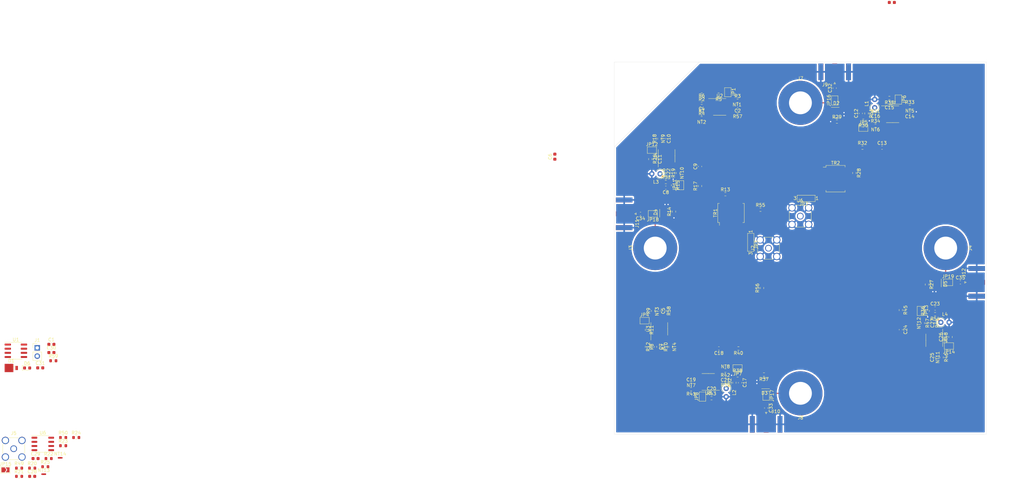
<source format=kicad_pcb>
(kicad_pcb (version 20171130) (host pcbnew "(5.1.7)-1")
  (layers (0 F.Cu signal) (31 B.Cu signal) (34 B.Paste user) (35 F.Paste user) (36 B.SilkS user) (37 F.SilkS user) (38 B.Mask user) (39 F.Mask user) (44 Edge.Cuts user))
  (net 0 "")
  (net 1 -VDC)
  (net 2 +VDC)
  (net 3 "Net-(C2-Pad2)")
  (net 4 GND)
  (net 5 /Sheet60A3A057/IN1)
  (net 6 "Net-(C3-Pad1)")
  (net 7 "Net-(C4-Pad2)")
  (net 8 "Net-(C5-Pad2)")
  (net 9 /Sheet60A3A057/IN3)
  (net 10 "Net-(C6-Pad1)")
  (net 11 "Net-(C7-Pad2)")
  (net 12 "Net-(C8-Pad2)")
  (net 13 "Net-(C8-Pad1)")
  (net 14 "Net-(C11-Pad2)")
  (net 15 "Net-(C9-Pad1)")
  (net 16 "Net-(C10-Pad2)")
  (net 17 "Net-(C12-Pad2)")
  (net 18 "Net-(C12-Pad1)")
  (net 19 "Net-(C13-Pad2)")
  (net 20 "Net-(C13-Pad1)")
  (net 21 "Net-(C14-Pad2)")
  (net 22 "Net-(C16-Pad2)")
  (net 23 "Net-(C17-Pad2)")
  (net 24 "Net-(C17-Pad1)")
  (net 25 "Net-(C18-Pad2)")
  (net 26 "Net-(C18-Pad1)")
  (net 27 "Net-(C19-Pad2)")
  (net 28 /Sheet60A3A057/IN2)
  (net 29 "Net-(C21-Pad2)")
  (net 30 "Net-(C22-Pad2)")
  (net 31 "Net-(C23-Pad2)")
  (net 32 "Net-(C23-Pad1)")
  (net 33 "Net-(C24-Pad2)")
  (net 34 "Net-(C24-Pad1)")
  (net 35 "Net-(C25-Pad2)")
  (net 36 /Sheet60A3A057/IN4)
  (net 37 "Net-(C27-Pad2)")
  (net 38 "Net-(C28-Pad2)")
  (net 39 "Net-(C29-Pad2)")
  (net 40 "Net-(C30-Pad2)")
  (net 41 "Net-(C32-Pad2)")
  (net 42 "Net-(C32-Pad1)")
  (net 43 "Net-(C33-Pad2)")
  (net 44 "Net-(C33-Pad1)")
  (net 45 "Net-(C34-Pad2)")
  (net 46 "Net-(C34-Pad1)")
  (net 47 "Net-(C35-Pad2)")
  (net 48 "Net-(C35-Pad1)")
  (net 49 "Net-(D2-Pad6)")
  (net 50 "Net-(D2-Pad3)")
  (net 51 "Net-(D3-Pad6)")
  (net 52 "Net-(D3-Pad3)")
  (net 53 "Net-(D4-Pad6)")
  (net 54 "Net-(D4-Pad3)")
  (net 55 "Net-(D5-Pad6)")
  (net 56 "Net-(D5-Pad3)")
  (net 57 "Net-(D6-Pad2)")
  (net 58 "Net-(J2-Pad1)")
  (net 59 "Net-(J5-Pad1)")
  (net 60 "Net-(J6-Pad1)")
  (net 61 "Net-(JP1-Pad2)")
  (net 62 "Net-(JP2-Pad3)")
  (net 63 "Net-(JP2-Pad1)")
  (net 64 "Net-(JP3-Pad3)")
  (net 65 "Net-(JP3-Pad1)")
  (net 66 "Net-(JP4-Pad2)")
  (net 67 /sheet60A78F04/sheet60A49AA1/Feedback)
  (net 68 "Net-(JP6-Pad2)")
  (net 69 /sheet60A78F04/sheet60A4C5DD/Feedback)
  (net 70 "Net-(JP8-Pad2)")
  (net 71 /sheet60AAFCBB/sheet60A49AA1/Feedback)
  (net 72 "Net-(JP12-Pad2)")
  (net 73 /sheet60AAFCBB/sheet60A4C5DD/Feedback)
  (net 74 "Net-(JP14-Pad2)")
  (net 75 "Net-(JP15-Pad2)")
  (net 76 "Net-(R1-Pad1)")
  (net 77 "Net-(R2-Pad1)")
  (net 78 "Net-(R5-Pad1)")
  (net 79 "Net-(R12-Pad2)")
  (net 80 "Net-(R11-Pad2)")
  (net 81 "Net-(R11-Pad1)")
  (net 82 "Net-(R13-Pad1)")
  (net 83 "Net-(R16-Pad2)")
  (net 84 "Net-(R20-Pad1)")
  (net 85 "Net-(R24-Pad1)")
  (net 86 "Net-(R28-Pad1)")
  (net 87 "Net-(R31-Pad2)")
  (net 88 "Net-(R39-Pad2)")
  (net 89 "Net-(R44-Pad2)")
  (net 90 "Net-(TR1-Pad5)")
  (net 91 "Net-(TR2-Pad5)")
  (net 92 "Net-(U1-Pad7)")
  (net 93 "Net-(U1-Pad6)")
  (net 94 "Net-(U1-Pad5)")
  (net 95 "Net-(U1-Pad4)")
  (net 96 "Net-(U2-Pad1)")
  (net 97 "Net-(U3-Pad1)")
  (net 98 "Net-(U4-Pad1)")
  (net 99 "Net-(U5-Pad1)")
  (net 100 "Net-(U6-Pad1)")
  (net 101 "Net-(U7-Pad1)")
  (net 102 "Net-(U8-Pad1)")
  (net 103 "Net-(L1-Pad1)")
  (net 104 "Net-(L2-Pad1)")
  (net 105 "Net-(L3-Pad1)")
  (net 106 "Net-(L4-Pad1)")
  (module Package_SO:SO-8_3.9x4.9mm_P1.27mm (layer F.Cu) (at 88.749882 124.004136 180)
    (fp_text reference U8 (at 0 -3.4 180) (layer F.SilkS))
    (fp_text value LTC6228xS8)
    (pad 8 smd roundrect (at 2.575 -1.905 180) (size 1.75 0.6) (layers F.Cu F.Paste F.Mask) (net 70 "Net-(JP8-Pad2)"))
    (pad 7 smd roundrect (at 2.575 -0.635 180) (size 1.75 0.6) (layers F.Cu F.Paste F.Mask) (net 27 "Net-(C19-Pad2)"))
    (pad 6 smd roundrect (at 2.575 0.635 180) (size 1.75 0.6) (layers F.Cu F.Paste F.Mask) (net 28 /Sheet60A3A057/IN2))
    (pad 5 smd roundrect (at 2.575 1.905 180) (size 1.75 0.6) (layers F.Cu F.Paste F.Mask) (net 29 "Net-(C21-Pad2)"))
    (pad 4 smd roundrect (at -2.575 1.905 180) (size 1.75 0.6) (layers F.Cu F.Paste F.Mask) (net 29 "Net-(C21-Pad2)"))
    (pad 3 smd roundrect (at -2.575 0.635 180) (size 1.75 0.6) (layers F.Cu F.Paste F.Mask) (net 88 "Net-(R39-Pad2)"))
    (pad 2 smd roundrect (at -2.575 -0.635 180) (size 1.75 0.6) (layers F.Cu F.Paste F.Mask) (net 25 "Net-(C18-Pad2)"))
    (pad 1 smd roundrect (at -2.575 -1.905 180) (size 1.75 0.6) (layers F.Cu F.Paste F.Mask) (net 102 "Net-(U8-Pad1)"))
  )
  (module Package_SO:SO-8_3.9x4.9mm_P1.27mm (layer F.Cu) (at 145.25 42)
    (fp_text reference U7 (at 0 -3.4) (layer F.SilkS))
    (fp_text value LTC6228xS8)
    (pad 8 smd roundrect (at 2.575 -1.905) (size 1.75 0.6) (layers F.Cu F.Paste F.Mask) (net 68 "Net-(JP6-Pad2)"))
    (pad 7 smd roundrect (at 2.575 -0.635) (size 1.75 0.6) (layers F.Cu F.Paste F.Mask) (net 21 "Net-(C14-Pad2)"))
    (pad 6 smd roundrect (at 2.575 0.635) (size 1.75 0.6) (layers F.Cu F.Paste F.Mask) (net 5 /Sheet60A3A057/IN1))
    (pad 5 smd roundrect (at 2.575 1.905) (size 1.75 0.6) (layers F.Cu F.Paste F.Mask) (net 22 "Net-(C16-Pad2)"))
    (pad 4 smd roundrect (at -2.575 1.905) (size 1.75 0.6) (layers F.Cu F.Paste F.Mask) (net 22 "Net-(C16-Pad2)"))
    (pad 3 smd roundrect (at -2.575 0.635) (size 1.75 0.6) (layers F.Cu F.Paste F.Mask) (net 87 "Net-(R31-Pad2)"))
    (pad 2 smd roundrect (at -2.575 -0.635) (size 1.75 0.6) (layers F.Cu F.Paste F.Mask) (net 19 "Net-(C13-Pad2)"))
    (pad 1 smd roundrect (at -2.575 -1.905) (size 1.75 0.6) (layers F.Cu F.Paste F.Mask) (net 101 "Net-(U7-Pad1)"))
  )
  (module Package_SO:SO-8_3.9x4.9mm_P1.27mm (layer F.Cu) (at -115.13 143.01)
    (fp_text reference U6 (at 0 -3.4) (layer F.SilkS))
    (fp_text value LTC6228xS8)
    (pad 8 smd roundrect (at 2.575 -1.905) (size 1.75 0.6) (layers F.Cu F.Paste F.Mask) (net 75 "Net-(JP15-Pad2)"))
    (pad 7 smd roundrect (at 2.575 -0.635) (size 1.75 0.6) (layers F.Cu F.Paste F.Mask) (net 38 "Net-(C28-Pad2)"))
    (pad 6 smd roundrect (at 2.575 0.635) (size 1.75 0.6) (layers F.Cu F.Paste F.Mask) (net 85 "Net-(R24-Pad1)"))
    (pad 5 smd roundrect (at 2.575 1.905) (size 1.75 0.6) (layers F.Cu F.Paste F.Mask) (net 39 "Net-(C29-Pad2)"))
    (pad 4 smd roundrect (at -2.575 1.905) (size 1.75 0.6) (layers F.Cu F.Paste F.Mask) (net 39 "Net-(C29-Pad2)"))
    (pad 3 smd roundrect (at -2.575 0.635) (size 1.75 0.6) (layers F.Cu F.Paste F.Mask) (net 4 GND))
    (pad 2 smd roundrect (at -2.575 -0.635) (size 1.75 0.6) (layers F.Cu F.Paste F.Mask) (net 84 "Net-(R20-Pad1)"))
    (pad 1 smd roundrect (at -2.575 -1.905) (size 1.75 0.6) (layers F.Cu F.Paste F.Mask) (net 100 "Net-(U6-Pad1)"))
  )
  (module Package_SO:SO-8_3.9x4.9mm_P1.27mm (layer F.Cu) (at 158.004136 111.250118 270)
    (fp_text reference U5 (at 0 -3.4 270) (layer F.SilkS))
    (fp_text value LTC6228xS8)
    (pad 8 smd roundrect (at 2.575 -1.905 270) (size 1.75 0.6) (layers F.Cu F.Paste F.Mask) (net 74 "Net-(JP14-Pad2)"))
    (pad 7 smd roundrect (at 2.575 -0.635 270) (size 1.75 0.6) (layers F.Cu F.Paste F.Mask) (net 35 "Net-(C25-Pad2)"))
    (pad 6 smd roundrect (at 2.575 0.635 270) (size 1.75 0.6) (layers F.Cu F.Paste F.Mask) (net 36 /Sheet60A3A057/IN4))
    (pad 5 smd roundrect (at 2.575 1.905 270) (size 1.75 0.6) (layers F.Cu F.Paste F.Mask) (net 37 "Net-(C27-Pad2)"))
    (pad 4 smd roundrect (at -2.575 1.905 270) (size 1.75 0.6) (layers F.Cu F.Paste F.Mask) (net 37 "Net-(C27-Pad2)"))
    (pad 3 smd roundrect (at -2.575 0.635 270) (size 1.75 0.6) (layers F.Cu F.Paste F.Mask) (net 89 "Net-(R44-Pad2)"))
    (pad 2 smd roundrect (at -2.575 -0.635 270) (size 1.75 0.6) (layers F.Cu F.Paste F.Mask) (net 33 "Net-(C24-Pad2)"))
    (pad 1 smd roundrect (at -2.575 -1.905 270) (size 1.75 0.6) (layers F.Cu F.Paste F.Mask) (net 99 "Net-(U5-Pad1)"))
  )
  (module Package_SO:SO-8_3.9x4.9mm_P1.27mm (layer F.Cu) (at 76 54.75 90)
    (fp_text reference U4 (at 0 -3.4 90) (layer F.SilkS))
    (fp_text value LTC6228xS8)
    (pad 8 smd roundrect (at 2.575 -1.905 90) (size 1.75 0.6) (layers F.Cu F.Paste F.Mask) (net 72 "Net-(JP12-Pad2)"))
    (pad 7 smd roundrect (at 2.575 -0.635 90) (size 1.75 0.6) (layers F.Cu F.Paste F.Mask) (net 16 "Net-(C10-Pad2)"))
    (pad 6 smd roundrect (at 2.575 0.635 90) (size 1.75 0.6) (layers F.Cu F.Paste F.Mask) (net 9 /Sheet60A3A057/IN3))
    (pad 5 smd roundrect (at 2.575 1.905 90) (size 1.75 0.6) (layers F.Cu F.Paste F.Mask) (net 30 "Net-(C22-Pad2)"))
    (pad 4 smd roundrect (at -2.575 1.905 90) (size 1.75 0.6) (layers F.Cu F.Paste F.Mask) (net 30 "Net-(C22-Pad2)"))
    (pad 3 smd roundrect (at -2.575 0.635 90) (size 1.75 0.6) (layers F.Cu F.Paste F.Mask) (net 83 "Net-(R16-Pad2)"))
    (pad 2 smd roundrect (at -2.575 -0.635 90) (size 1.75 0.6) (layers F.Cu F.Paste F.Mask) (net 14 "Net-(C11-Pad2)"))
    (pad 1 smd roundrect (at -2.575 -1.905 90) (size 1.75 0.6) (layers F.Cu F.Paste F.Mask) (net 98 "Net-(U4-Pad1)"))
  )
  (module Package_SO:SO-8_3.9x4.9mm_P1.27mm (layer F.Cu) (at 73.75 107.75 90)
    (fp_text reference U3 (at 0 -3.4 90) (layer F.SilkS))
    (fp_text value LTC6228xS8)
    (pad 8 smd roundrect (at 2.575 -1.905 90) (size 1.75 0.6) (layers F.Cu F.Paste F.Mask) (net 66 "Net-(JP4-Pad2)"))
    (pad 7 smd roundrect (at 2.575 -0.635 90) (size 1.75 0.6) (layers F.Cu F.Paste F.Mask) (net 8 "Net-(C5-Pad2)"))
    (pad 6 smd roundrect (at 2.575 0.635 90) (size 1.75 0.6) (layers F.Cu F.Paste F.Mask) (net 81 "Net-(R11-Pad1)"))
    (pad 5 smd roundrect (at 2.575 1.905 90) (size 1.75 0.6) (layers F.Cu F.Paste F.Mask) (net 11 "Net-(C7-Pad2)"))
    (pad 4 smd roundrect (at -2.575 1.905 90) (size 1.75 0.6) (layers F.Cu F.Paste F.Mask) (net 11 "Net-(C7-Pad2)"))
    (pad 3 smd roundrect (at -2.575 0.635 90) (size 1.75 0.6) (layers F.Cu F.Paste F.Mask) (net 79 "Net-(R12-Pad2)"))
    (pad 2 smd roundrect (at -2.575 -0.635 90) (size 1.75 0.6) (layers F.Cu F.Paste F.Mask) (net 80 "Net-(R11-Pad2)"))
    (pad 1 smd roundrect (at -2.575 -1.905 90) (size 1.75 0.6) (layers F.Cu F.Paste F.Mask) (net 97 "Net-(U3-Pad1)"))
  )
  (module Package_SO:SO-8_3.9x4.9mm_P1.27mm (layer F.Cu) (at 92.25 39.75)
    (fp_text reference U2 (at 0 -3.4) (layer F.SilkS))
    (fp_text value LTC6228xS8)
    (pad 8 smd roundrect (at 2.575 -1.905) (size 1.75 0.6) (layers F.Cu F.Paste F.Mask) (net 61 "Net-(JP1-Pad2)"))
    (pad 7 smd roundrect (at 2.575 -0.635) (size 1.75 0.6) (layers F.Cu F.Paste F.Mask) (net 3 "Net-(C2-Pad2)"))
    (pad 6 smd roundrect (at 2.575 0.635) (size 1.75 0.6) (layers F.Cu F.Paste F.Mask) (net 78 "Net-(R5-Pad1)"))
    (pad 5 smd roundrect (at 2.575 1.905) (size 1.75 0.6) (layers F.Cu F.Paste F.Mask) (net 7 "Net-(C4-Pad2)"))
    (pad 4 smd roundrect (at -2.575 1.905) (size 1.75 0.6) (layers F.Cu F.Paste F.Mask) (net 7 "Net-(C4-Pad2)"))
    (pad 3 smd roundrect (at -2.575 0.635) (size 1.75 0.6) (layers F.Cu F.Paste F.Mask) (net 76 "Net-(R1-Pad1)"))
    (pad 2 smd roundrect (at -2.575 -0.635) (size 1.75 0.6) (layers F.Cu F.Paste F.Mask) (net 77 "Net-(R2-Pad1)"))
    (pad 1 smd roundrect (at -2.575 -1.905) (size 1.75 0.6) (layers F.Cu F.Paste F.Mask) (net 96 "Net-(U2-Pad1)"))
  )
  (module Package_SO:SOIC-8_3.9x4.9mm_P1.27mm (layer F.Cu) (at -123.38 114.47)
    (fp_text reference U1 (at 0 -3.4) (layer F.SilkS))
    (fp_text value TLE2426xD)
    (pad 8 smd roundrect (at 2.475 -1.905) (size 1.95 0.6) (layers F.Cu F.Paste F.Mask) (net 40 "Net-(C30-Pad2)"))
    (pad 7 smd roundrect (at 2.475 -0.635) (size 1.95 0.6) (layers F.Cu F.Paste F.Mask) (net 92 "Net-(U1-Pad7)"))
    (pad 6 smd roundrect (at 2.475 0.635) (size 1.95 0.6) (layers F.Cu F.Paste F.Mask) (net 93 "Net-(U1-Pad6)"))
    (pad 5 smd roundrect (at 2.475 1.905) (size 1.95 0.6) (layers F.Cu F.Paste F.Mask) (net 94 "Net-(U1-Pad5)"))
    (pad 4 smd roundrect (at -2.475 1.905) (size 1.95 0.6) (layers F.Cu F.Paste F.Mask) (net 95 "Net-(U1-Pad4)"))
    (pad 3 smd roundrect (at -2.475 0.635) (size 1.95 0.6) (layers F.Cu F.Paste F.Mask) (net 2 +VDC))
    (pad 2 smd roundrect (at -2.475 -0.635) (size 1.95 0.6) (layers F.Cu F.Paste F.Mask) (net 1 -VDC))
    (pad 1 smd roundrect (at -2.475 -1.905) (size 1.95 0.6) (layers F.Cu F.Paste F.Mask) (net 4 GND))
  )
  (module RF_Mini-Circuits:Mini-Circuits_CD637_H5.23mm (layer F.Cu) (at 127.75 61.75)
    (fp_text reference TR2 (at 0 -4.826) (layer F.SilkS))
    (fp_text value ADT4-5WT)
    (pad 6 smd rect (at 2.54 -2.54) (size 2.54 1.65) (layers F.Cu F.Paste F.Mask) (net 86 "Net-(R28-Pad1)"))
    (pad 5 smd rect (at 2.54 0) (size 2.54 1.65) (layers F.Cu F.Paste F.Mask) (net 91 "Net-(TR2-Pad5)"))
    (pad 4 smd rect (at 2.54 2.54) (size 2.54 1.65) (layers F.Cu F.Paste F.Mask) (net 4 GND))
    (pad 3 smd rect (at -2.54 2.54) (size 2.54 1.65) (layers F.Cu F.Paste F.Mask) (net 28 /Sheet60A3A057/IN2))
    (pad 2 smd rect (at -2.54 0) (size 2.54 1.65) (layers F.Cu F.Paste F.Mask))
    (pad 1 smd rect (at -2.54 -2.54) (size 2.54 1.65) (layers F.Cu F.Paste F.Mask) (net 6 "Net-(C3-Pad1)"))
  )
  (module RF_Mini-Circuits:Mini-Circuits_CD637_H5.23mm (layer F.Cu) (at 95.75 72.25 90)
    (fp_text reference TR1 (at 0 -4.826 90) (layer F.SilkS))
    (fp_text value ADT4-5WT)
    (pad 6 smd rect (at 2.54 -2.54 90) (size 2.54 1.65) (layers F.Cu F.Paste F.Mask) (net 82 "Net-(R13-Pad1)"))
    (pad 5 smd rect (at 2.54 0 90) (size 2.54 1.65) (layers F.Cu F.Paste F.Mask) (net 90 "Net-(TR1-Pad5)"))
    (pad 4 smd rect (at 2.54 2.54 90) (size 2.54 1.65) (layers F.Cu F.Paste F.Mask) (net 4 GND))
    (pad 3 smd rect (at -2.54 2.54 90) (size 2.54 1.65) (layers F.Cu F.Paste F.Mask) (net 36 /Sheet60A3A057/IN4))
    (pad 2 smd rect (at -2.54 0 90) (size 2.54 1.65) (layers F.Cu F.Paste F.Mask))
    (pad 1 smd rect (at -2.54 -2.54 90) (size 2.54 1.65) (layers F.Cu F.Paste F.Mask) (net 10 "Net-(C6-Pad1)"))
  )
  (module Resistor_SMD:R_0603_1608Metric (layer F.Cu) (at -111.91 117.52)
    (fp_text reference R59 (at 0 -1.43) (layer F.SilkS))
    (fp_text value R_US)
    (pad 2 smd roundrect (at 0.825 0) (size 0.8 0.95) (layers F.Cu F.Paste F.Mask) (net 57 "Net-(D6-Pad2)"))
    (pad 1 smd roundrect (at -0.825 0) (size 0.8 0.95) (layers F.Cu F.Paste F.Mask) (net 2 +VDC))
  )
  (module Resistor_SMD:R_0603_1608Metric (layer F.Cu) (at 75.25 102.25 270)
    (fp_text reference R58 (at 0 -1.43 90) (layer F.SilkS))
    (fp_text value TBD)
    (pad 2 smd roundrect (at 0.825 0 270) (size 0.8 0.95) (layers F.Cu F.Paste F.Mask) (net 64 "Net-(JP3-Pad3)"))
    (pad 1 smd roundrect (at -0.825 0 270) (size 0.8 0.95) (layers F.Cu F.Paste F.Mask) (net 81 "Net-(R11-Pad1)"))
  )
  (module Resistor_SMD:R_0603_1608Metric (layer F.Cu) (at 97.75 41.25 180)
    (fp_text reference R57 (at 0 -1.43) (layer F.SilkS))
    (fp_text value TBD)
    (pad 2 smd roundrect (at 0.825 0 180) (size 0.8 0.95) (layers F.Cu F.Paste F.Mask) (net 62 "Net-(JP2-Pad3)"))
    (pad 1 smd roundrect (at -0.825 0 180) (size 0.8 0.95) (layers F.Cu F.Paste F.Mask) (net 78 "Net-(R5-Pad1)"))
  )
  (module Resistor_SMD:R_0603_1608Metric (layer F.Cu) (at 105.25 95.25 90)
    (fp_text reference R56 (at 0 -1.43 90) (layer F.SilkS))
    (fp_text value TBD)
    (pad 2 smd roundrect (at 0.825 0 90) (size 0.8 0.95) (layers F.Cu F.Paste F.Mask) (net 71 /sheet60AAFCBB/sheet60A49AA1/Feedback))
    (pad 1 smd roundrect (at -0.825 0 90) (size 0.8 0.95) (layers F.Cu F.Paste F.Mask) (net 73 /sheet60AAFCBB/sheet60A4C5DD/Feedback))
  )
  (module Resistor_SMD:R_0603_1608Metric (layer F.Cu) (at 104.75 71.25)
    (fp_text reference R55 (at 0 -1.43) (layer F.SilkS))
    (fp_text value TBD)
    (pad 2 smd roundrect (at 0.825 0) (size 0.8 0.95) (layers F.Cu F.Paste F.Mask) (net 67 /sheet60A78F04/sheet60A49AA1/Feedback))
    (pad 1 smd roundrect (at -0.825 0) (size 0.8 0.95) (layers F.Cu F.Paste F.Mask) (net 69 /sheet60A78F04/sheet60A4C5DD/Feedback))
  )
  (module Resistor_SMD:R_0603_1608Metric (layer F.Cu) (at 158.254136 103.250118 180)
    (fp_text reference R54 (at 0 -1.43) (layer F.SilkS))
    (fp_text value 2.2K)
    (pad 2 smd roundrect (at 0.825 0 180) (size 0.8 0.95) (layers F.Cu F.Paste F.Mask) (net 32 "Net-(C23-Pad1)"))
    (pad 1 smd roundrect (at -0.825 0 180) (size 0.8 0.95) (layers F.Cu F.Paste F.Mask) (net 106 "Net-(L4-Pad1)"))
  )
  (module Resistor_SMD:R_0603_1608Metric (layer F.Cu) (at 75.75 62.75)
    (fp_text reference R53 (at 0 -1.43 -180) (layer F.SilkS))
    (fp_text value 2.2K)
    (pad 2 smd roundrect (at 0.825 0) (size 0.8 0.95) (layers F.Cu F.Paste F.Mask) (net 13 "Net-(C8-Pad1)"))
    (pad 1 smd roundrect (at -0.825 0) (size 0.8 0.95) (layers F.Cu F.Paste F.Mask) (net 105 "Net-(L3-Pad1)"))
  )
  (module Resistor_SMD:R_0603_1608Metric (layer F.Cu) (at 96.749882 124.254136 90)
    (fp_text reference R52 (at 0 -1.43 -90) (layer F.SilkS))
    (fp_text value 2.2K)
    (pad 2 smd roundrect (at 0.825 0 90) (size 0.8 0.95) (layers F.Cu F.Paste F.Mask) (net 24 "Net-(C17-Pad1)"))
    (pad 1 smd roundrect (at -0.825 0 90) (size 0.8 0.95) (layers F.Cu F.Paste F.Mask) (net 104 "Net-(L2-Pad1)"))
  )
  (module Resistor_SMD:R_0603_1608Metric (layer F.Cu) (at 137.25 41.75 270)
    (fp_text reference R51 (at 0 -1.43 90) (layer F.SilkS))
    (fp_text value 2.2K)
    (pad 2 smd roundrect (at 0.825 0 270) (size 0.8 0.95) (layers F.Cu F.Paste F.Mask) (net 18 "Net-(C12-Pad1)"))
    (pad 1 smd roundrect (at -0.825 0 270) (size 0.8 0.95) (layers F.Cu F.Paste F.Mask) (net 103 "Net-(L1-Pad1)"))
  )
  (module Resistor_SMD:R_0603_1608Metric (layer F.Cu) (at -108.9 141.04)
    (fp_text reference R50 (at 0 -1.43) (layer F.SilkS))
    (fp_text value TBD)
    (pad 2 smd roundrect (at 0.825 0) (size 0.8 0.95) (layers F.Cu F.Paste F.Mask) (net 39 "Net-(C29-Pad2)"))
    (pad 1 smd roundrect (at -0.825 0) (size 0.8 0.95) (layers F.Cu F.Paste F.Mask) (net 1 -VDC))
  )
  (module Resistor_SMD:R_0603_1608Metric (layer F.Cu) (at -122.39 150.43)
    (fp_text reference R49 (at 0 -1.43) (layer F.SilkS))
    (fp_text value TBD)
    (pad 2 smd roundrect (at 0.825 0) (size 0.8 0.95) (layers F.Cu F.Paste F.Mask) (net 2 +VDC))
    (pad 1 smd roundrect (at -0.825 0) (size 0.8 0.95) (layers F.Cu F.Paste F.Mask) (net 38 "Net-(C28-Pad2)"))
  )
  (module Resistor_SMD:R_0603_1608Metric (layer F.Cu) (at 163.004136 110.250118 90)
    (fp_text reference R48 (at 0 -1.43 -90) (layer F.SilkS))
    (fp_text value 1k)
    (pad 2 smd roundrect (at 0.825 0 90) (size 0.8 0.95) (layers F.Cu F.Paste F.Mask) (net 33 "Net-(C24-Pad2)"))
    (pad 1 smd roundrect (at -0.825 0 90) (size 0.8 0.95) (layers F.Cu F.Paste F.Mask) (net 36 /Sheet60A3A057/IN4))
  )
  (module Resistor_SMD:R_0603_1608Metric (layer F.Cu) (at 154.504136 106.000118 270)
    (fp_text reference R47 (at 0 -1.43 270) (layer F.SilkS))
    (fp_text value TBD)
    (pad 2 smd roundrect (at 0.825 0 270) (size 0.8 0.95) (layers F.Cu F.Paste F.Mask) (net 37 "Net-(C27-Pad2)"))
    (pad 1 smd roundrect (at -0.825 0 270) (size 0.8 0.95) (layers F.Cu F.Paste F.Mask) (net 1 -VDC))
  )
  (module Resistor_SMD:R_0603_1608Metric (layer F.Cu) (at 160.254136 116.500118 270)
    (fp_text reference R46 (at 0 -1.43 270) (layer F.SilkS))
    (fp_text value TBD)
    (pad 2 smd roundrect (at 0.825 0 270) (size 0.8 0.95) (layers F.Cu F.Paste F.Mask) (net 2 +VDC))
    (pad 1 smd roundrect (at -0.825 0 270) (size 0.8 0.95) (layers F.Cu F.Paste F.Mask) (net 35 "Net-(C25-Pad2)"))
  )
  (module Resistor_SMD:R_0603_1608Metric (layer F.Cu) (at 147.754136 102.000118 270)
    (fp_text reference R45 (at 0 -1.43 270) (layer F.SilkS))
    (fp_text value 270)
    (pad 2 smd roundrect (at 0.825 0 270) (size 0.8 0.95) (layers F.Cu F.Paste F.Mask) (net 34 "Net-(C24-Pad1)"))
    (pad 1 smd roundrect (at -0.825 0 270) (size 0.8 0.95) (layers F.Cu F.Paste F.Mask) (net 73 /sheet60AAFCBB/sheet60A4C5DD/Feedback))
  )
  (module Resistor_SMD:R_0603_1608Metric (layer F.Cu) (at 157.504136 106.000118 270)
    (fp_text reference R44 (at 0 -1.43 270) (layer F.SilkS))
    (fp_text value 100R)
    (pad 2 smd roundrect (at 0.825 0 270) (size 0.8 0.95) (layers F.Cu F.Paste F.Mask) (net 89 "Net-(R44-Pad2)"))
    (pad 1 smd roundrect (at -0.825 0 270) (size 0.8 0.95) (layers F.Cu F.Paste F.Mask) (net 32 "Net-(C23-Pad1)"))
  )
  (module Resistor_SMD:R_0603_1608Metric (layer F.Cu) (at 89.749882 129.004136)
    (fp_text reference R43 (at 0 -1.43 -180) (layer F.SilkS))
    (fp_text value 1k)
    (pad 2 smd roundrect (at 0.825 0) (size 0.8 0.95) (layers F.Cu F.Paste F.Mask) (net 25 "Net-(C18-Pad2)"))
    (pad 1 smd roundrect (at -0.825 0) (size 0.8 0.95) (layers F.Cu F.Paste F.Mask) (net 28 /Sheet60A3A057/IN2))
  )
  (module Resistor_SMD:R_0603_1608Metric (layer F.Cu) (at 93.999882 120.504136 180)
    (fp_text reference R42 (at 0 -1.43 180) (layer F.SilkS))
    (fp_text value TBD)
    (pad 2 smd roundrect (at 0.825 0 180) (size 0.8 0.95) (layers F.Cu F.Paste F.Mask) (net 29 "Net-(C21-Pad2)"))
    (pad 1 smd roundrect (at -0.825 0 180) (size 0.8 0.95) (layers F.Cu F.Paste F.Mask) (net 1 -VDC))
  )
  (module Resistor_SMD:R_0603_1608Metric (layer F.Cu) (at 83.499882 126.254136 180)
    (fp_text reference R41 (at 0 -1.43 180) (layer F.SilkS))
    (fp_text value TBD)
    (pad 2 smd roundrect (at 0.825 0 180) (size 0.8 0.95) (layers F.Cu F.Paste F.Mask) (net 2 +VDC))
    (pad 1 smd roundrect (at -0.825 0 180) (size 0.8 0.95) (layers F.Cu F.Paste F.Mask) (net 27 "Net-(C19-Pad2)"))
  )
  (module Resistor_SMD:R_0603_1608Metric (layer F.Cu) (at 97.999882 113.754136 180)
    (fp_text reference R40 (at 0 -1.43 180) (layer F.SilkS))
    (fp_text value 270)
    (pad 2 smd roundrect (at 0.825 0 180) (size 0.8 0.95) (layers F.Cu F.Paste F.Mask) (net 26 "Net-(C18-Pad1)"))
    (pad 1 smd roundrect (at -0.825 0 180) (size 0.8 0.95) (layers F.Cu F.Paste F.Mask) (net 69 /sheet60A78F04/sheet60A4C5DD/Feedback))
  )
  (module Resistor_SMD:R_0603_1608Metric (layer F.Cu) (at 93.999882 123.504136 180)
    (fp_text reference R39 (at 0 -1.43 180) (layer F.SilkS))
    (fp_text value 100R)
    (pad 2 smd roundrect (at 0.825 0 180) (size 0.8 0.95) (layers F.Cu F.Paste F.Mask) (net 88 "Net-(R39-Pad2)"))
    (pad 1 smd roundrect (at -0.825 0 180) (size 0.8 0.95) (layers F.Cu F.Paste F.Mask) (net 24 "Net-(C17-Pad1)"))
  )
  (module Resistor_SMD:R_0603_1608Metric (layer F.Cu) (at 97.749882 122.004136)
    (fp_text reference R38 (at 0 -1.43 -180) (layer F.SilkS))
    (fp_text value 100K)
    (pad 2 smd roundrect (at 0.825 0) (size 0.8 0.95) (layers F.Cu F.Paste F.Mask) (net 24 "Net-(C17-Pad1)"))
    (pad 1 smd roundrect (at -0.825 0) (size 0.8 0.95) (layers F.Cu F.Paste F.Mask) (net 4 GND))
  )
  (module Resistor_SMD:R_0603_1608Metric (layer F.Cu) (at 105.824882 121.754136 180)
    (fp_text reference R37 (at 0 -1.43 180) (layer F.SilkS))
    (fp_text value 1M)
    (pad 2 smd roundrect (at 0.825 0 180) (size 0.8 0.95) (layers F.Cu F.Paste F.Mask) (net 23 "Net-(C17-Pad2)"))
    (pad 1 smd roundrect (at -0.825 0 180) (size 0.8 0.95) (layers F.Cu F.Paste F.Mask) (net 4 GND))
  )
  (module Resistor_SMD:R_0603_1608Metric (layer F.Cu) (at 156.004136 102.250118 90)
    (fp_text reference R36 (at 0 -1.43 -90) (layer F.SilkS))
    (fp_text value 100K)
    (pad 2 smd roundrect (at 0.825 0 90) (size 0.8 0.95) (layers F.Cu F.Paste F.Mask) (net 32 "Net-(C23-Pad1)"))
    (pad 1 smd roundrect (at -0.825 0 90) (size 0.8 0.95) (layers F.Cu F.Paste F.Mask) (net 4 GND))
  )
  (module Resistor_SMD:R_0603_1608Metric (layer F.Cu) (at 144.25 37 180)
    (fp_text reference R35 (at 0 -1.43) (layer F.SilkS))
    (fp_text value 1k)
    (pad 2 smd roundrect (at 0.825 0 180) (size 0.8 0.95) (layers F.Cu F.Paste F.Mask) (net 19 "Net-(C13-Pad2)"))
    (pad 1 smd roundrect (at -0.825 0 180) (size 0.8 0.95) (layers F.Cu F.Paste F.Mask) (net 5 /Sheet60A3A057/IN1))
  )
  (module Resistor_SMD:R_0603_1608Metric (layer F.Cu) (at 140 45.5)
    (fp_text reference R34 (at 0 -1.43) (layer F.SilkS))
    (fp_text value TBD)
    (pad 2 smd roundrect (at 0.825 0) (size 0.8 0.95) (layers F.Cu F.Paste F.Mask) (net 22 "Net-(C16-Pad2)"))
    (pad 1 smd roundrect (at -0.825 0) (size 0.8 0.95) (layers F.Cu F.Paste F.Mask) (net 1 -VDC))
  )
  (module Resistor_SMD:R_0603_1608Metric (layer F.Cu) (at 150.5 39.75)
    (fp_text reference R33 (at 0 -1.43) (layer F.SilkS))
    (fp_text value TBD)
    (pad 2 smd roundrect (at 0.825 0) (size 0.8 0.95) (layers F.Cu F.Paste F.Mask) (net 2 +VDC))
    (pad 1 smd roundrect (at -0.825 0) (size 0.8 0.95) (layers F.Cu F.Paste F.Mask) (net 21 "Net-(C14-Pad2)"))
  )
  (module Resistor_SMD:R_0603_1608Metric (layer F.Cu) (at 136 52.25)
    (fp_text reference R32 (at 0 -1.43) (layer F.SilkS))
    (fp_text value 270)
    (pad 2 smd roundrect (at 0.825 0) (size 0.8 0.95) (layers F.Cu F.Paste F.Mask) (net 20 "Net-(C13-Pad1)"))
    (pad 1 smd roundrect (at -0.825 0) (size 0.8 0.95) (layers F.Cu F.Paste F.Mask) (net 67 /sheet60A78F04/sheet60A49AA1/Feedback))
  )
  (module Resistor_SMD:R_0603_1608Metric (layer F.Cu) (at 140 42.5)
    (fp_text reference R31 (at 0 -1.43) (layer F.SilkS))
    (fp_text value 100R)
    (pad 2 smd roundrect (at 0.825 0) (size 0.8 0.95) (layers F.Cu F.Paste F.Mask) (net 87 "Net-(R31-Pad2)"))
    (pad 1 smd roundrect (at -0.825 0) (size 0.8 0.95) (layers F.Cu F.Paste F.Mask) (net 18 "Net-(C12-Pad1)"))
  )
  (module Resistor_SMD:R_0603_1608Metric (layer F.Cu) (at 136.25 44 180)
    (fp_text reference R30 (at 0 -1.43) (layer F.SilkS))
    (fp_text value 100K)
    (pad 2 smd roundrect (at 0.825 0 180) (size 0.8 0.95) (layers F.Cu F.Paste F.Mask) (net 18 "Net-(C12-Pad1)"))
    (pad 1 smd roundrect (at -0.825 0 180) (size 0.8 0.95) (layers F.Cu F.Paste F.Mask) (net 4 GND))
  )
  (module Resistor_SMD:R_0603_1608Metric (layer F.Cu) (at 128.175 44.25)
    (fp_text reference R29 (at 0 -1.43) (layer F.SilkS))
    (fp_text value 1M)
    (pad 2 smd roundrect (at 0.825 0) (size 0.8 0.95) (layers F.Cu F.Paste F.Mask) (net 17 "Net-(C12-Pad2)"))
    (pad 1 smd roundrect (at -0.825 0) (size 0.8 0.95) (layers F.Cu F.Paste F.Mask) (net 4 GND))
  )
  (module Resistor_SMD:R_0603_1608Metric (layer F.Cu) (at 133.5 60 270)
    (fp_text reference R28 (at 0 -1.43 90) (layer F.SilkS))
    (fp_text value TBD)
    (pad 2 smd roundrect (at 0.825 0 270) (size 0.8 0.95) (layers F.Cu F.Paste F.Mask) (net 63 "Net-(JP2-Pad1)"))
    (pad 1 smd roundrect (at -0.825 0 270) (size 0.8 0.95) (layers F.Cu F.Paste F.Mask) (net 86 "Net-(R28-Pad1)"))
  )
  (module Resistor_SMD:R_0603_1608Metric (layer F.Cu) (at 155.754136 94.175118 270)
    (fp_text reference R27 (at 0 -1.43 270) (layer F.SilkS))
    (fp_text value 1M)
    (pad 2 smd roundrect (at 0.825 0 270) (size 0.8 0.95) (layers F.Cu F.Paste F.Mask) (net 31 "Net-(C23-Pad2)"))
    (pad 1 smd roundrect (at -0.825 0 270) (size 0.8 0.95) (layers F.Cu F.Paste F.Mask) (net 4 GND))
  )
  (module Resistor_SMD:R_0603_1608Metric (layer F.Cu) (at 71 55.75 270)
    (fp_text reference R26 (at 0 -1.43 90) (layer F.SilkS))
    (fp_text value 1k)
    (pad 2 smd roundrect (at 0.825 0 270) (size 0.8 0.95) (layers F.Cu F.Paste F.Mask) (net 14 "Net-(C11-Pad2)"))
    (pad 1 smd roundrect (at -0.825 0 270) (size 0.8 0.95) (layers F.Cu F.Paste F.Mask) (net 9 /Sheet60A3A057/IN3))
  )
  (module Resistor_SMD:R_0603_1608Metric (layer F.Cu) (at -114.37 150)
    (fp_text reference R25 (at 0 -1.43) (layer F.SilkS))
    (fp_text value 50)
    (pad 2 smd roundrect (at 0.825 0) (size 0.8 0.95) (layers F.Cu F.Paste F.Mask) (net 85 "Net-(R24-Pad1)"))
    (pad 1 smd roundrect (at -0.825 0) (size 0.8 0.95) (layers F.Cu F.Paste F.Mask) (net 59 "Net-(J5-Pad1)"))
  )
  (module Resistor_SMD:R_0603_1608Metric (layer F.Cu) (at -104.89 141.04)
    (fp_text reference R24 (at 0 -1.43) (layer F.SilkS))
    (fp_text value TBD)
    (pad 2 smd roundrect (at 0.825 0) (size 0.8 0.95) (layers F.Cu F.Paste F.Mask) (net 84 "Net-(R20-Pad1)"))
    (pad 1 smd roundrect (at -0.825 0) (size 0.8 0.95) (layers F.Cu F.Paste F.Mask) (net 85 "Net-(R24-Pad1)"))
  )
  (module Resistor_SMD:R_0603_1608Metric (layer F.Cu) (at -108.9 143.55)
    (fp_text reference R23 (at 0 -1.43) (layer F.SilkS))
    (fp_text value TBD)
    (pad 2 smd roundrect (at 0.825 0) (size 0.8 0.95) (layers F.Cu F.Paste F.Mask) (net 36 /Sheet60A3A057/IN4))
    (pad 1 smd roundrect (at -0.825 0) (size 0.8 0.95) (layers F.Cu F.Paste F.Mask) (net 84 "Net-(R20-Pad1)"))
  )
  (module Resistor_SMD:R_0603_1608Metric (layer F.Cu) (at -113.34 147.49)
    (fp_text reference R22 (at 0 -1.43) (layer F.SilkS))
    (fp_text value TBD)
    (pad 2 smd roundrect (at 0.825 0) (size 0.8 0.95) (layers F.Cu F.Paste F.Mask) (net 9 /Sheet60A3A057/IN3))
    (pad 1 smd roundrect (at -0.825 0) (size 0.8 0.95) (layers F.Cu F.Paste F.Mask) (net 84 "Net-(R20-Pad1)"))
  )
  (module Resistor_SMD:R_0603_1608Metric (layer F.Cu) (at -122.39 152.94)
    (fp_text reference R21 (at 0 -1.43) (layer F.SilkS))
    (fp_text value TBD)
    (pad 2 smd roundrect (at 0.825 0) (size 0.8 0.95) (layers F.Cu F.Paste F.Mask) (net 28 /Sheet60A3A057/IN2))
    (pad 1 smd roundrect (at -0.825 0) (size 0.8 0.95) (layers F.Cu F.Paste F.Mask) (net 84 "Net-(R20-Pad1)"))
  )
  (module Resistor_SMD:R_0603_1608Metric (layer F.Cu) (at -118.38 150.43)
    (fp_text reference R20 (at 0 -1.43) (layer F.SilkS))
    (fp_text value TBD)
    (pad 2 smd roundrect (at 0.825 0) (size 0.8 0.95) (layers F.Cu F.Paste F.Mask) (net 5 /Sheet60A3A057/IN1))
    (pad 1 smd roundrect (at -0.825 0) (size 0.8 0.95) (layers F.Cu F.Paste F.Mask) (net 84 "Net-(R20-Pad1)"))
  )
  (module Resistor_SMD:R_0603_1608Metric (layer F.Cu) (at 79.5 60 90)
    (fp_text reference R19 (at 0 -1.43 90) (layer F.SilkS))
    (fp_text value TBD)
    (pad 2 smd roundrect (at 0.825 0 90) (size 0.8 0.95) (layers F.Cu F.Paste F.Mask) (net 30 "Net-(C22-Pad2)"))
    (pad 1 smd roundrect (at -0.825 0 90) (size 0.8 0.95) (layers F.Cu F.Paste F.Mask) (net 1 -VDC))
  )
  (module Resistor_SMD:R_0603_1608Metric (layer F.Cu) (at 73.75 49.5 90)
    (fp_text reference R18 (at 0 -1.43 90) (layer F.SilkS))
    (fp_text value TBD)
    (pad 2 smd roundrect (at 0.825 0 90) (size 0.8 0.95) (layers F.Cu F.Paste F.Mask) (net 2 +VDC))
    (pad 1 smd roundrect (at -0.825 0 90) (size 0.8 0.95) (layers F.Cu F.Paste F.Mask) (net 16 "Net-(C10-Pad2)"))
  )
  (module Resistor_SMD:R_0603_1608Metric (layer F.Cu) (at 86.25 64 90)
    (fp_text reference R17 (at 0 -1.43 90) (layer F.SilkS))
    (fp_text value 270)
    (pad 2 smd roundrect (at 0.825 0 90) (size 0.8 0.95) (layers F.Cu F.Paste F.Mask) (net 15 "Net-(C9-Pad1)"))
    (pad 1 smd roundrect (at -0.825 0 90) (size 0.8 0.95) (layers F.Cu F.Paste F.Mask) (net 71 /sheet60AAFCBB/sheet60A49AA1/Feedback))
  )
  (module Resistor_SMD:R_0603_1608Metric (layer F.Cu) (at 76.5 60 90)
    (fp_text reference R16 (at 0 -1.43 90) (layer F.SilkS))
    (fp_text value 100R)
    (pad 2 smd roundrect (at 0.825 0 90) (size 0.8 0.95) (layers F.Cu F.Paste F.Mask) (net 83 "Net-(R16-Pad2)"))
    (pad 1 smd roundrect (at -0.825 0 90) (size 0.8 0.95) (layers F.Cu F.Paste F.Mask) (net 13 "Net-(C8-Pad1)"))
  )
  (module Resistor_SMD:R_0603_1608Metric (layer F.Cu) (at 78 63.75 270)
    (fp_text reference R15 (at 0 -1.43 90) (layer F.SilkS))
    (fp_text value 100K)
    (pad 2 smd roundrect (at 0.825 0 270) (size 0.8 0.95) (layers F.Cu F.Paste F.Mask) (net 13 "Net-(C8-Pad1)"))
    (pad 1 smd roundrect (at -0.825 0 270) (size 0.8 0.95) (layers F.Cu F.Paste F.Mask) (net 4 GND))
  )
  (module Resistor_SMD:R_0603_1608Metric (layer F.Cu) (at 78.25 71.825 90)
    (fp_text reference R14 (at 0 -1.43 90) (layer F.SilkS))
    (fp_text value 1M)
    (pad 2 smd roundrect (at 0.825 0 90) (size 0.8 0.95) (layers F.Cu F.Paste F.Mask) (net 12 "Net-(C8-Pad2)"))
    (pad 1 smd roundrect (at -0.825 0 90) (size 0.8 0.95) (layers F.Cu F.Paste F.Mask) (net 4 GND))
  )
  (module Resistor_SMD:R_0603_1608Metric (layer F.Cu) (at 94 66.5)
    (fp_text reference R13 (at 0 -1.43 -180) (layer F.SilkS))
    (fp_text value TBD)
    (pad 2 smd roundrect (at 0.825 0) (size 0.8 0.95) (layers F.Cu F.Paste F.Mask) (net 65 "Net-(JP3-Pad1)"))
    (pad 1 smd roundrect (at -0.825 0) (size 0.8 0.95) (layers F.Cu F.Paste F.Mask) (net 82 "Net-(R13-Pad1)"))
  )
  (module Resistor_SMD:R_0603_1608Metric (layer F.Cu) (at 71.75 113.25 90)
    (fp_text reference R12 (at 0 -1.43 90) (layer F.SilkS))
    (fp_text value TBD)
    (pad 2 smd roundrect (at 0.825 0 90) (size 0.8 0.95) (layers F.Cu F.Paste F.Mask) (net 79 "Net-(R12-Pad2)"))
    (pad 1 smd roundrect (at -0.825 0 90) (size 0.8 0.95) (layers F.Cu F.Paste F.Mask) (net 4 GND))
  )
  (module Resistor_SMD:R_0603_1608Metric (layer F.Cu) (at 70 108.075 270)
    (fp_text reference R11 (at 0 -1.43 90) (layer F.SilkS))
    (fp_text value TBD)
    (pad 2 smd roundrect (at 0.825 0 270) (size 0.8 0.95) (layers F.Cu F.Paste F.Mask) (net 80 "Net-(R11-Pad2)"))
    (pad 1 smd roundrect (at -0.825 0 270) (size 0.8 0.95) (layers F.Cu F.Paste F.Mask) (net 81 "Net-(R11-Pad1)"))
  )
  (module Resistor_SMD:R_0603_1608Metric (layer F.Cu) (at 77.2 113.27 90)
    (fp_text reference R10 (at 0 -1.43 90) (layer F.SilkS))
    (fp_text value TBD)
    (pad 2 smd roundrect (at 0.825 0 90) (size 0.8 0.95) (layers F.Cu F.Paste F.Mask) (net 11 "Net-(C7-Pad2)"))
    (pad 1 smd roundrect (at -0.825 0 90) (size 0.8 0.95) (layers F.Cu F.Paste F.Mask) (net 1 -VDC))
  )
  (module Resistor_SMD:R_0603_1608Metric (layer F.Cu) (at 71.86 102.25 90)
    (fp_text reference R9 (at 0 -1.43 90) (layer F.SilkS))
    (fp_text value TBD)
    (pad 2 smd roundrect (at 0.825 0 90) (size 0.8 0.95) (layers F.Cu F.Paste F.Mask) (net 2 +VDC))
    (pad 1 smd roundrect (at -0.825 0 90) (size 0.8 0.95) (layers F.Cu F.Paste F.Mask) (net 8 "Net-(C5-Pad2)"))
  )
  (module Resistor_SMD:R_0603_1608Metric (layer F.Cu) (at 70 113.25 270)
    (fp_text reference R8 (at 0 -1.43 90) (layer F.SilkS))
    (fp_text value TBD)
    (pad 2 smd roundrect (at 0.825 0 270) (size 0.8 0.95) (layers F.Cu F.Paste F.Mask) (net 9 /Sheet60A3A057/IN3))
    (pad 1 smd roundrect (at -0.825 0 270) (size 0.8 0.95) (layers F.Cu F.Paste F.Mask) (net 80 "Net-(R11-Pad2)"))
  )
  (module Resistor_SMD:R_0603_1608Metric (layer F.Cu) (at 73.5 113.25 270)
    (fp_text reference R7 (at 0 -1.43 90) (layer F.SilkS))
    (fp_text value TBD)
    (pad 2 smd roundrect (at 0.825 0 270) (size 0.8 0.95) (layers F.Cu F.Paste F.Mask) (net 36 /Sheet60A3A057/IN4))
    (pad 1 smd roundrect (at -0.825 0 270) (size 0.8 0.95) (layers F.Cu F.Paste F.Mask) (net 79 "Net-(R12-Pad2)"))
  )
  (module Resistor_SMD:R_0603_1608Metric (layer F.Cu) (at 86.75 37.75)
    (fp_text reference R6 (at 0 -1.43) (layer F.SilkS))
    (fp_text value TBD)
    (pad 2 smd roundrect (at 0.825 0) (size 0.8 0.95) (layers F.Cu F.Paste F.Mask) (net 76 "Net-(R1-Pad1)"))
    (pad 1 smd roundrect (at -0.825 0) (size 0.8 0.95) (layers F.Cu F.Paste F.Mask) (net 4 GND))
  )
  (module Resistor_SMD:R_0603_1608Metric (layer F.Cu) (at 91.925 36 180)
    (fp_text reference R5 (at 0 -1.43) (layer F.SilkS))
    (fp_text value TBD)
    (pad 2 smd roundrect (at 0.825 0 180) (size 0.8 0.95) (layers F.Cu F.Paste F.Mask) (net 77 "Net-(R2-Pad1)"))
    (pad 1 smd roundrect (at -0.825 0 180) (size 0.8 0.95) (layers F.Cu F.Paste F.Mask) (net 78 "Net-(R5-Pad1)"))
  )
  (module Resistor_SMD:R_0603_1608Metric (layer F.Cu) (at 86.73 43.2)
    (fp_text reference R4 (at 0 -1.43) (layer F.SilkS))
    (fp_text value TBD)
    (pad 2 smd roundrect (at 0.825 0) (size 0.8 0.95) (layers F.Cu F.Paste F.Mask) (net 7 "Net-(C4-Pad2)"))
    (pad 1 smd roundrect (at -0.825 0) (size 0.8 0.95) (layers F.Cu F.Paste F.Mask) (net 1 -VDC))
  )
  (module Resistor_SMD:R_0603_1608Metric (layer F.Cu) (at 97.75 37.86)
    (fp_text reference R3 (at 0 -1.43) (layer F.SilkS))
    (fp_text value TBD)
    (pad 2 smd roundrect (at 0.825 0) (size 0.8 0.95) (layers F.Cu F.Paste F.Mask) (net 2 +VDC))
    (pad 1 smd roundrect (at -0.825 0) (size 0.8 0.95) (layers F.Cu F.Paste F.Mask) (net 3 "Net-(C2-Pad2)"))
  )
  (module Resistor_SMD:R_0603_1608Metric (layer F.Cu) (at 86.75 36 180)
    (fp_text reference R2 (at 0 -1.43) (layer F.SilkS))
    (fp_text value TBD)
    (pad 2 smd roundrect (at 0.825 0 180) (size 0.8 0.95) (layers F.Cu F.Paste F.Mask) (net 5 /Sheet60A3A057/IN1))
    (pad 1 smd roundrect (at -0.825 0 180) (size 0.8 0.95) (layers F.Cu F.Paste F.Mask) (net 77 "Net-(R2-Pad1)"))
  )
  (module Resistor_SMD:R_0603_1608Metric (layer F.Cu) (at 86.75 39.5 180)
    (fp_text reference R1 (at 0 -1.43) (layer F.SilkS))
    (fp_text value TBD)
    (pad 2 smd roundrect (at 0.825 0 180) (size 0.8 0.95) (layers F.Cu F.Paste F.Mask) (net 28 /Sheet60A3A057/IN2))
    (pad 1 smd roundrect (at -0.825 0 180) (size 0.8 0.95) (layers F.Cu F.Paste F.Mask) (net 76 "Net-(R1-Pad1)"))
  )
  (module NetTie:NetTie-2_SMD_Pad0.5mm (layer F.Cu) (at -109.81 147.26)
    (fp_text reference NT14 (at 0 -1.2) (layer F.SilkS))
    (fp_text value Net-Tie_2)
    (fp_poly (pts (xy -0.5 -0.25) (xy 0.5 -0.25) (xy 0.5 0.25) (xy -0.5 0.25)) (layer F.Cu) (width 0))
    (pad 2 smd circle (at 0.5 0) (size 0.5 0.5) (layers F.Cu) (net 1 -VDC))
    (pad 1 smd circle (at -0.5 0) (size 0.5 0.5) (layers F.Cu) (net 39 "Net-(C29-Pad2)"))
  )
  (module NetTie:NetTie-2_SMD_Pad0.5mm (layer F.Cu) (at -114.85 152.28)
    (fp_text reference NT13 (at 0 -1.2) (layer F.SilkS))
    (fp_text value Net-Tie_2)
    (fp_poly (pts (xy -0.5 -0.25) (xy 0.5 -0.25) (xy 0.5 0.25) (xy -0.5 0.25)) (layer F.Cu) (width 0))
    (pad 2 smd circle (at 0.5 0) (size 0.5 0.5) (layers F.Cu) (net 38 "Net-(C28-Pad2)"))
    (pad 1 smd circle (at -0.5 0) (size 0.5 0.5) (layers F.Cu) (net 2 +VDC))
  )
  (module NetTie:NetTie-2_SMD_Pad0.5mm (layer F.Cu) (at 154.504136 106.000118 90)
    (fp_text reference NT12 (at 0 -1.2 -90) (layer F.SilkS))
    (fp_text value Net-Tie_2)
    (fp_poly (pts (xy -0.5 -0.25) (xy 0.5 -0.25) (xy 0.5 0.25) (xy -0.5 0.25)) (layer F.Cu) (width 0))
    (pad 2 smd circle (at 0.5 0 90) (size 0.5 0.5) (layers F.Cu) (net 1 -VDC))
    (pad 1 smd circle (at -0.5 0 90) (size 0.5 0.5) (layers F.Cu) (net 37 "Net-(C27-Pad2)"))
  )
  (module NetTie:NetTie-2_SMD_Pad0.5mm (layer F.Cu) (at 160.254136 116.500118 90)
    (fp_text reference NT11 (at 0 -1.2 -90) (layer F.SilkS))
    (fp_text value Net-Tie_2)
    (fp_poly (pts (xy -0.5 -0.25) (xy 0.5 -0.25) (xy 0.5 0.25) (xy -0.5 0.25)) (layer F.Cu) (width 0))
    (pad 2 smd circle (at 0.5 0 90) (size 0.5 0.5) (layers F.Cu) (net 35 "Net-(C25-Pad2)"))
    (pad 1 smd circle (at -0.5 0 90) (size 0.5 0.5) (layers F.Cu) (net 2 +VDC))
  )
  (module NetTie:NetTie-2_SMD_Pad0.5mm (layer F.Cu) (at 79.5 60 270)
    (fp_text reference NT10 (at 0 -1.2 90) (layer F.SilkS))
    (fp_text value Net-Tie_2)
    (fp_poly (pts (xy -0.5 -0.25) (xy 0.5 -0.25) (xy 0.5 0.25) (xy -0.5 0.25)) (layer F.Cu) (width 0))
    (pad 2 smd circle (at 0.5 0 270) (size 0.5 0.5) (layers F.Cu) (net 1 -VDC))
    (pad 1 smd circle (at -0.5 0 270) (size 0.5 0.5) (layers F.Cu) (net 30 "Net-(C22-Pad2)"))
  )
  (module NetTie:NetTie-2_SMD_Pad0.5mm (layer F.Cu) (at 73.75 49.5 270)
    (fp_text reference NT9 (at 0 -1.2 90) (layer F.SilkS))
    (fp_text value Net-Tie_2)
    (fp_poly (pts (xy -0.5 -0.25) (xy 0.5 -0.25) (xy 0.5 0.25) (xy -0.5 0.25)) (layer F.Cu) (width 0))
    (pad 2 smd circle (at 0.5 0 270) (size 0.5 0.5) (layers F.Cu) (net 16 "Net-(C10-Pad2)"))
    (pad 1 smd circle (at -0.5 0 270) (size 0.5 0.5) (layers F.Cu) (net 2 +VDC))
  )
  (module NetTie:NetTie-2_SMD_Pad0.5mm (layer F.Cu) (at 93.999882 120.504136)
    (fp_text reference NT8 (at 0 -1.2 -180) (layer F.SilkS))
    (fp_text value Net-Tie_2)
    (fp_poly (pts (xy -0.5 -0.25) (xy 0.5 -0.25) (xy 0.5 0.25) (xy -0.5 0.25)) (layer F.Cu) (width 0))
    (pad 2 smd circle (at 0.5 0) (size 0.5 0.5) (layers F.Cu) (net 1 -VDC))
    (pad 1 smd circle (at -0.5 0) (size 0.5 0.5) (layers F.Cu) (net 29 "Net-(C21-Pad2)"))
  )
  (module NetTie:NetTie-2_SMD_Pad0.5mm (layer F.Cu) (at 83.499882 126.254136)
    (fp_text reference NT7 (at 0 -1.2 -180) (layer F.SilkS))
    (fp_text value Net-Tie_2)
    (fp_poly (pts (xy -0.5 -0.25) (xy 0.5 -0.25) (xy 0.5 0.25) (xy -0.5 0.25)) (layer F.Cu) (width 0))
    (pad 2 smd circle (at 0.5 0) (size 0.5 0.5) (layers F.Cu) (net 27 "Net-(C19-Pad2)"))
    (pad 1 smd circle (at -0.5 0) (size 0.5 0.5) (layers F.Cu) (net 2 +VDC))
  )
  (module NetTie:NetTie-2_SMD_Pad0.5mm (layer F.Cu) (at 140 45.5 180)
    (fp_text reference NT6 (at 0 -1.2) (layer F.SilkS))
    (fp_text value Net-Tie_2)
    (fp_poly (pts (xy -0.5 -0.25) (xy 0.5 -0.25) (xy 0.5 0.25) (xy -0.5 0.25)) (layer F.Cu) (width 0))
    (pad 2 smd circle (at 0.5 0 180) (size 0.5 0.5) (layers F.Cu) (net 1 -VDC))
    (pad 1 smd circle (at -0.5 0 180) (size 0.5 0.5) (layers F.Cu) (net 22 "Net-(C16-Pad2)"))
  )
  (module NetTie:NetTie-2_SMD_Pad0.5mm (layer F.Cu) (at 150.5 39.75 180)
    (fp_text reference NT5 (at 0 -1.2) (layer F.SilkS))
    (fp_text value Net-Tie_2)
    (fp_poly (pts (xy -0.5 -0.25) (xy 0.5 -0.25) (xy 0.5 0.25) (xy -0.5 0.25)) (layer F.Cu) (width 0))
    (pad 2 smd circle (at 0.5 0 180) (size 0.5 0.5) (layers F.Cu) (net 21 "Net-(C14-Pad2)"))
    (pad 1 smd circle (at -0.5 0 180) (size 0.5 0.5) (layers F.Cu) (net 2 +VDC))
  )
  (module NetTie:NetTie-2_SMD_Pad0.5mm (layer F.Cu) (at 77.2 113.27 270)
    (fp_text reference NT4 (at 0 -1.2 90) (layer F.SilkS))
    (fp_text value Net-Tie_2)
    (fp_poly (pts (xy -0.5 -0.25) (xy 0.5 -0.25) (xy 0.5 0.25) (xy -0.5 0.25)) (layer F.Cu) (width 0))
    (pad 2 smd circle (at 0.5 0 270) (size 0.5 0.5) (layers F.Cu) (net 1 -VDC))
    (pad 1 smd circle (at -0.5 0 270) (size 0.5 0.5) (layers F.Cu) (net 11 "Net-(C7-Pad2)"))
  )
  (module NetTie:NetTie-2_SMD_Pad0.5mm (layer F.Cu) (at 71.86 102.42 270)
    (fp_text reference NT3 (at 0 -1.2 90) (layer F.SilkS))
    (fp_text value Net-Tie_2)
    (fp_poly (pts (xy -0.5 -0.25) (xy 0.5 -0.25) (xy 0.5 0.25) (xy -0.5 0.25)) (layer F.Cu) (width 0))
    (pad 2 smd circle (at 0.5 0 270) (size 0.5 0.5) (layers F.Cu) (net 8 "Net-(C5-Pad2)"))
    (pad 1 smd circle (at -0.5 0 270) (size 0.5 0.5) (layers F.Cu) (net 2 +VDC))
  )
  (module NetTie:NetTie-2_SMD_Pad0.5mm (layer F.Cu) (at 86.73 43.2 180)
    (fp_text reference NT2 (at 0 -1.2) (layer F.SilkS))
    (fp_text value Net-Tie_2)
    (fp_poly (pts (xy -0.5 -0.25) (xy 0.5 -0.25) (xy 0.5 0.25) (xy -0.5 0.25)) (layer F.Cu) (width 0))
    (pad 2 smd circle (at 0.5 0 180) (size 0.5 0.5) (layers F.Cu) (net 1 -VDC))
    (pad 1 smd circle (at -0.5 0 180) (size 0.5 0.5) (layers F.Cu) (net 7 "Net-(C4-Pad2)"))
  )
  (module NetTie:NetTie-2_SMD_Pad0.5mm (layer F.Cu) (at 97.58 37.86 180)
    (fp_text reference NT1 (at 0 -1.2) (layer F.SilkS))
    (fp_text value Net-Tie_2)
    (fp_poly (pts (xy -0.5 -0.25) (xy 0.5 -0.25) (xy 0.5 0.25) (xy -0.5 0.25)) (layer F.Cu) (width 0))
    (pad 2 smd circle (at 0.5 0 180) (size 0.5 0.5) (layers F.Cu) (net 3 "Net-(C2-Pad2)"))
    (pad 1 smd circle (at -0.5 0 180) (size 0.5 0.5) (layers F.Cu) (net 2 +VDC))
  )
  (module Inductor_THT:L_Axial_L6.6mm_D2.7mm_P2.54mm_Vertical_Vishay_IM-2 (layer F.Cu) (at 160.004136 105.750118)
    (fp_text reference L4 (at 1.27 -2.47) (layer F.SilkS))
    (fp_text value 68uH)
    (pad 2 thru_hole oval (at 2.54 0) (size 1.6 1.6) (drill 0.8) (layers *.Cu *.Mask) (net 4 GND))
    (pad 1 thru_hole circle (at 0 0) (size 1.6 1.6) (drill 0.8) (layers *.Cu *.Mask) (net 106 "Net-(L4-Pad1)"))
  )
  (module Inductor_THT:L_Axial_L6.6mm_D2.7mm_P2.54mm_Vertical_Vishay_IM-2 (layer F.Cu) (at 74 60.25 180)
    (fp_text reference L3 (at 1.27 -2.47 180) (layer F.SilkS))
    (fp_text value 68uH)
    (pad 2 thru_hole oval (at 2.54 0 180) (size 1.6 1.6) (drill 0.8) (layers *.Cu *.Mask) (net 4 GND))
    (pad 1 thru_hole circle (at 0 0 180) (size 1.6 1.6) (drill 0.8) (layers *.Cu *.Mask) (net 105 "Net-(L3-Pad1)"))
  )
  (module Inductor_THT:L_Axial_L6.6mm_D2.7mm_P2.54mm_Vertical_Vishay_IM-2 (layer F.Cu) (at 94.249882 126.004136 270)
    (fp_text reference L2 (at 1.27 -2.47 270) (layer F.SilkS))
    (fp_text value 68uH)
    (pad 2 thru_hole oval (at 2.54 0 270) (size 1.6 1.6) (drill 0.8) (layers *.Cu *.Mask) (net 4 GND))
    (pad 1 thru_hole circle (at 0 0 270) (size 1.6 1.6) (drill 0.8) (layers *.Cu *.Mask) (net 104 "Net-(L2-Pad1)"))
  )
  (module Inductor_THT:L_Axial_L6.6mm_D2.7mm_P2.54mm_Vertical_Vishay_IM-2 (layer F.Cu) (at 139.75 40 90)
    (fp_text reference L1 (at 1.27 -2.47 90) (layer F.SilkS))
    (fp_text value 68uH)
    (pad 2 thru_hole oval (at 2.54 0 90) (size 1.6 1.6) (drill 0.8) (layers *.Cu *.Mask) (net 4 GND))
    (pad 1 thru_hole circle (at 0 0 90) (size 1.6 1.6) (drill 0.8) (layers *.Cu *.Mask) (net 103 "Net-(L1-Pad1)"))
  )
  (module Jumper:SolderJumper-2_P1.3mm_Open_TrianglePad1.0x1.5mm (layer F.Cu) (at 162.229136 93.500118)
    (fp_text reference JP19 (at 0 -1.8) (layer F.SilkS))
    (fp_text value Jumper_2_Open)
    (pad 1 smd custom (at -0.725 0) (size 0.3 0.3) (layers F.Cu F.Mask) (net 31 "Net-(C23-Pad2)") (options (clearance outline) (anchor rect)) (primitives (gr_poly (pts (xy -0.5 -0.75) (xy 0.5 -0.75) (xy 1 0) (xy 0.5 0.75) (xy -0.5 0.75)) (width 0))))
    (pad 2 smd custom (at 0.725 0) (size 0.3 0.3) (layers F.Cu F.Mask) (net 48 "Net-(C35-Pad1)") (options (clearance outline) (anchor rect)) (primitives (gr_poly (pts (xy -0.65 -0.75) (xy 0.5 -0.75) (xy 0.5 0.75) (xy -0.65 0.75) (xy -0.15 0)) (width 0))))
  )
  (module Jumper:SolderJumper-2_P1.3mm_Open_TrianglePad1.0x1.5mm (layer F.Cu) (at 71.775 72.5 180)
    (fp_text reference JP18 (at 0 -1.8 180) (layer F.SilkS))
    (fp_text value Jumper_2_Open)
    (pad 1 smd custom (at -0.725 0 180) (size 0.3 0.3) (layers F.Cu F.Mask) (net 12 "Net-(C8-Pad2)") (options (clearance outline) (anchor rect)) (primitives (gr_poly (pts (xy -0.5 -0.75) (xy 0.5 -0.75) (xy 1 0) (xy 0.5 0.75) (xy -0.5 0.75)) (width 0))))
    (pad 2 smd custom (at 0.725 0 180) (size 0.3 0.3) (layers F.Cu F.Mask) (net 46 "Net-(C34-Pad1)") (options (clearance outline) (anchor rect)) (primitives (gr_poly (pts (xy -0.65 -0.75) (xy 0.5 -0.75) (xy 0.5 0.75) (xy -0.65 0.75) (xy -0.15 0)) (width 0))))
  )
  (module Jumper:SolderJumper-2_P1.3mm_Open_TrianglePad1.0x1.5mm (layer F.Cu) (at 106.499882 128.229136 270)
    (fp_text reference JP17 (at 0 -1.8 270) (layer F.SilkS))
    (fp_text value Jumper_2_Open)
    (pad 1 smd custom (at -0.725 0 270) (size 0.3 0.3) (layers F.Cu F.Mask) (net 23 "Net-(C17-Pad2)") (options (clearance outline) (anchor rect)) (primitives (gr_poly (pts (xy -0.5 -0.75) (xy 0.5 -0.75) (xy 1 0) (xy 0.5 0.75) (xy -0.5 0.75)) (width 0))))
    (pad 2 smd custom (at 0.725 0 270) (size 0.3 0.3) (layers F.Cu F.Mask) (net 44 "Net-(C33-Pad1)") (options (clearance outline) (anchor rect)) (primitives (gr_poly (pts (xy -0.65 -0.75) (xy 0.5 -0.75) (xy 0.5 0.75) (xy -0.65 0.75) (xy -0.15 0)) (width 0))))
  )
  (module Jumper:SolderJumper-2_P1.3mm_Open_TrianglePad1.0x1.5mm (layer F.Cu) (at 127.5 37.775 90)
    (fp_text reference JP16 (at 0 -1.8 90) (layer F.SilkS))
    (fp_text value Jumper_2_Open)
    (pad 1 smd custom (at -0.725 0 90) (size 0.3 0.3) (layers F.Cu F.Mask) (net 17 "Net-(C12-Pad2)") (options (clearance outline) (anchor rect)) (primitives (gr_poly (pts (xy -0.5 -0.75) (xy 0.5 -0.75) (xy 1 0) (xy 0.5 0.75) (xy -0.5 0.75)) (width 0))))
    (pad 2 smd custom (at 0.725 0 90) (size 0.3 0.3) (layers F.Cu F.Mask) (net 42 "Net-(C32-Pad1)") (options (clearance outline) (anchor rect)) (primitives (gr_poly (pts (xy -0.65 -0.75) (xy 0.5 -0.75) (xy 0.5 0.75) (xy -0.65 0.75) (xy -0.15 0)) (width 0))))
  )
  (module Jumper:SolderJumper-2_P1.3mm_Open_TrianglePad1.0x1.5mm (layer F.Cu) (at -126.57 150.95)
    (fp_text reference JP15 (at 0 -1.8) (layer F.SilkS))
    (fp_text value Jumper_2_Open)
    (pad 1 smd custom (at -0.725 0) (size 0.3 0.3) (layers F.Cu F.Mask) (net 38 "Net-(C28-Pad2)") (options (clearance outline) (anchor rect)) (primitives (gr_poly (pts (xy -0.5 -0.75) (xy 0.5 -0.75) (xy 1 0) (xy 0.5 0.75) (xy -0.5 0.75)) (width 0))))
    (pad 2 smd custom (at 0.725 0) (size 0.3 0.3) (layers F.Cu F.Mask) (net 75 "Net-(JP15-Pad2)") (options (clearance outline) (anchor rect)) (primitives (gr_poly (pts (xy -0.65 -0.75) (xy 0.5 -0.75) (xy 0.5 0.75) (xy -0.65 0.75) (xy -0.15 0)) (width 0))))
  )
  (module Jumper:SolderJumper-2_P1.3mm_Open_TrianglePad1.0x1.5mm (layer F.Cu) (at 162.504136 113.000118 180)
    (fp_text reference JP14 (at 0 -1.8) (layer F.SilkS))
    (fp_text value Jumper_2_Open)
    (pad 1 smd custom (at -0.725 0 180) (size 0.3 0.3) (layers F.Cu F.Mask) (net 35 "Net-(C25-Pad2)") (options (clearance outline) (anchor rect)) (primitives (gr_poly (pts (xy -0.5 -0.75) (xy 0.5 -0.75) (xy 1 0) (xy 0.5 0.75) (xy -0.5 0.75)) (width 0))))
    (pad 2 smd custom (at 0.725 0 180) (size 0.3 0.3) (layers F.Cu F.Mask) (net 74 "Net-(JP14-Pad2)") (options (clearance outline) (anchor rect)) (primitives (gr_poly (pts (xy -0.65 -0.75) (xy 0.5 -0.75) (xy 0.5 0.75) (xy -0.65 0.75) (xy -0.15 0)) (width 0))))
  )
  (module Jumper:SolderJumper-2_P1.3mm_Open_TrianglePad1.0x1.5mm (layer F.Cu) (at 153.754136 102.275118 270)
    (fp_text reference JP13 (at 0 -1.8 270) (layer F.SilkS))
    (fp_text value Jumper_2_Open)
    (pad 1 smd custom (at -0.725 0 270) (size 0.3 0.3) (layers F.Cu F.Mask) (net 73 /sheet60AAFCBB/sheet60A4C5DD/Feedback) (options (clearance outline) (anchor rect)) (primitives (gr_poly (pts (xy -0.5 -0.75) (xy 0.5 -0.75) (xy 1 0) (xy 0.5 0.75) (xy -0.5 0.75)) (width 0))))
    (pad 2 smd custom (at 0.725 0 270) (size 0.3 0.3) (layers F.Cu F.Mask) (net 4 GND) (options (clearance outline) (anchor rect)) (primitives (gr_poly (pts (xy -0.65 -0.75) (xy 0.5 -0.75) (xy 0.5 0.75) (xy -0.65 0.75) (xy -0.15 0)) (width 0))))
  )
  (module Jumper:SolderJumper-2_P1.3mm_Open_TrianglePad1.0x1.5mm (layer F.Cu) (at 71.5 53)
    (fp_text reference JP12 (at 0 -1.8 -180) (layer F.SilkS))
    (fp_text value Jumper_2_Open)
    (pad 1 smd custom (at -0.725 0) (size 0.3 0.3) (layers F.Cu F.Mask) (net 16 "Net-(C10-Pad2)") (options (clearance outline) (anchor rect)) (primitives (gr_poly (pts (xy -0.5 -0.75) (xy 0.5 -0.75) (xy 1 0) (xy 0.5 0.75) (xy -0.5 0.75)) (width 0))))
    (pad 2 smd custom (at 0.725 0) (size 0.3 0.3) (layers F.Cu F.Mask) (net 72 "Net-(JP12-Pad2)") (options (clearance outline) (anchor rect)) (primitives (gr_poly (pts (xy -0.65 -0.75) (xy 0.5 -0.75) (xy 0.5 0.75) (xy -0.65 0.75) (xy -0.15 0)) (width 0))))
  )
  (module Jumper:SolderJumper-2_P1.3mm_Open_TrianglePad1.0x1.5mm (layer F.Cu) (at 80.25 63.725 90)
    (fp_text reference JP11 (at 0 -1.8 90) (layer F.SilkS))
    (fp_text value Jumper_2_Open)
    (pad 1 smd custom (at -0.725 0 90) (size 0.3 0.3) (layers F.Cu F.Mask) (net 71 /sheet60AAFCBB/sheet60A49AA1/Feedback) (options (clearance outline) (anchor rect)) (primitives (gr_poly (pts (xy -0.5 -0.75) (xy 0.5 -0.75) (xy 1 0) (xy 0.5 0.75) (xy -0.5 0.75)) (width 0))))
    (pad 2 smd custom (at 0.725 0 90) (size 0.3 0.3) (layers F.Cu F.Mask) (net 4 GND) (options (clearance outline) (anchor rect)) (primitives (gr_poly (pts (xy -0.65 -0.75) (xy 0.5 -0.75) (xy 0.5 0.75) (xy -0.65 0.75) (xy -0.15 0)) (width 0))))
  )
  (module Jumper:SolderJumper-2_P1.3mm_Open_TrianglePad1.0x1.5mm (layer F.Cu) (at 86.999882 128.504136 90)
    (fp_text reference JP8 (at 0 -1.8 -90) (layer F.SilkS))
    (fp_text value Jumper_2_Open)
    (pad 1 smd custom (at -0.725 0 90) (size 0.3 0.3) (layers F.Cu F.Mask) (net 27 "Net-(C19-Pad2)") (options (clearance outline) (anchor rect)) (primitives (gr_poly (pts (xy -0.5 -0.75) (xy 0.5 -0.75) (xy 1 0) (xy 0.5 0.75) (xy -0.5 0.75)) (width 0))))
    (pad 2 smd custom (at 0.725 0 90) (size 0.3 0.3) (layers F.Cu F.Mask) (net 70 "Net-(JP8-Pad2)") (options (clearance outline) (anchor rect)) (primitives (gr_poly (pts (xy -0.65 -0.75) (xy 0.5 -0.75) (xy 0.5 0.75) (xy -0.65 0.75) (xy -0.15 0)) (width 0))))
  )
  (module Jumper:SolderJumper-2_P1.3mm_Open_TrianglePad1.0x1.5mm (layer F.Cu) (at 97.724882 119.754136 180)
    (fp_text reference JP7 (at 0 -1.8 180) (layer F.SilkS))
    (fp_text value Jumper_2_Open)
    (pad 1 smd custom (at -0.725 0 180) (size 0.3 0.3) (layers F.Cu F.Mask) (net 69 /sheet60A78F04/sheet60A4C5DD/Feedback) (options (clearance outline) (anchor rect)) (primitives (gr_poly (pts (xy -0.5 -0.75) (xy 0.5 -0.75) (xy 1 0) (xy 0.5 0.75) (xy -0.5 0.75)) (width 0))))
    (pad 2 smd custom (at 0.725 0 180) (size 0.3 0.3) (layers F.Cu F.Mask) (net 4 GND) (options (clearance outline) (anchor rect)) (primitives (gr_poly (pts (xy -0.65 -0.75) (xy 0.5 -0.75) (xy 0.5 0.75) (xy -0.65 0.75) (xy -0.15 0)) (width 0))))
  )
  (module Jumper:SolderJumper-2_P1.3mm_Open_TrianglePad1.0x1.5mm (layer F.Cu) (at 147 37.5 270)
    (fp_text reference JP6 (at 0 -1.8 90) (layer F.SilkS))
    (fp_text value Jumper_2_Open)
    (pad 1 smd custom (at -0.725 0 270) (size 0.3 0.3) (layers F.Cu F.Mask) (net 21 "Net-(C14-Pad2)") (options (clearance outline) (anchor rect)) (primitives (gr_poly (pts (xy -0.5 -0.75) (xy 0.5 -0.75) (xy 1 0) (xy 0.5 0.75) (xy -0.5 0.75)) (width 0))))
    (pad 2 smd custom (at 0.725 0 270) (size 0.3 0.3) (layers F.Cu F.Mask) (net 68 "Net-(JP6-Pad2)") (options (clearance outline) (anchor rect)) (primitives (gr_poly (pts (xy -0.65 -0.75) (xy 0.5 -0.75) (xy 0.5 0.75) (xy -0.65 0.75) (xy -0.15 0)) (width 0))))
  )
  (module Jumper:SolderJumper-2_P1.3mm_Open_TrianglePad1.0x1.5mm (layer F.Cu) (at 136.275 46.25)
    (fp_text reference JP5 (at 0 -1.8) (layer F.SilkS))
    (fp_text value Jumper_2_Open)
    (pad 1 smd custom (at -0.725 0) (size 0.3 0.3) (layers F.Cu F.Mask) (net 67 /sheet60A78F04/sheet60A49AA1/Feedback) (options (clearance outline) (anchor rect)) (primitives (gr_poly (pts (xy -0.5 -0.75) (xy 0.5 -0.75) (xy 1 0) (xy 0.5 0.75) (xy -0.5 0.75)) (width 0))))
    (pad 2 smd custom (at 0.725 0) (size 0.3 0.3) (layers F.Cu F.Mask) (net 4 GND) (options (clearance outline) (anchor rect)) (primitives (gr_poly (pts (xy -0.65 -0.75) (xy 0.5 -0.75) (xy 0.5 0.75) (xy -0.65 0.75) (xy -0.15 0)) (width 0))))
  )
  (module Jumper:SolderJumper-2_P1.3mm_Open_TrianglePad1.0x1.5mm (layer F.Cu) (at 69.25 105.25)
    (fp_text reference JP4 (at 0 -1.8 -180) (layer F.SilkS))
    (fp_text value Jumper_2_Open)
    (pad 1 smd custom (at -0.725 0) (size 0.3 0.3) (layers F.Cu F.Mask) (net 8 "Net-(C5-Pad2)") (options (clearance outline) (anchor rect)) (primitives (gr_poly (pts (xy -0.5 -0.75) (xy 0.5 -0.75) (xy 1 0) (xy 0.5 0.75) (xy -0.5 0.75)) (width 0))))
    (pad 2 smd custom (at 0.725 0) (size 0.3 0.3) (layers F.Cu F.Mask) (net 66 "Net-(JP4-Pad2)") (options (clearance outline) (anchor rect)) (primitives (gr_poly (pts (xy -0.65 -0.75) (xy 0.5 -0.75) (xy 0.5 0.75) (xy -0.65 0.75) (xy -0.15 0)) (width 0))))
  )
  (module Jumper:SolderJumper-3_P2.0mm_Open_TrianglePad1.0x1.5mm_NumberLabels (layer F.Cu) (at 101.75 81.25 270)
    (fp_text reference JP3 (at 0.725 -1.775 90) (layer F.SilkS))
    (fp_text value Jumper_3_Open)
    (fp_text user 1 (at -3.35 0 90) (layer F.SilkS))
    (fp_text user 3 (at 3.4 0 90) (layer F.SilkS))
    (pad 3 smd custom (at 2 0 90) (size 0.3 0.3) (layers F.Cu F.Mask) (net 64 "Net-(JP3-Pad3)") (options (clearance outline) (anchor rect)) (primitives (gr_poly (pts (xy -0.5 -0.75) (xy 0.5 -0.75) (xy 1 0) (xy 0.5 0.75) (xy -0.5 0.75)) (width 0))))
    (pad 2 smd custom (at 0 0 270) (size 0.3 0.3) (layers F.Cu) (net 58 "Net-(J2-Pad1)") (options (clearance outline) (anchor rect)) (primitives (gr_poly (pts (xy -1.2 -0.75) (xy 1.2 -0.75) (xy 0.7 0) (xy 1.2 0.75) (xy -1.2 0.75) (xy -0.7 0)) (width 0))))
    (pad 1 smd custom (at -2 0 270) (size 0.3 0.3) (layers F.Cu F.Mask) (net 65 "Net-(JP3-Pad1)") (options (clearance outline) (anchor rect)) (primitives (gr_poly (pts (xy -0.5 -0.75) (xy 0.5 -0.75) (xy 1 0) (xy 0.5 0.75) (xy -0.5 0.75)) (width 0))))
  )
  (module Jumper:SolderJumper-3_P2.0mm_Open_TrianglePad1.0x1.5mm_NumberLabels (layer F.Cu) (at 118.75 67.75 180)
    (fp_text reference JP2 (at 0.725 -1.775) (layer F.SilkS))
    (fp_text value Jumper_3_Open)
    (fp_text user 1 (at -3.35 0) (layer F.SilkS))
    (fp_text user 3 (at 3.4 0) (layer F.SilkS))
    (pad 3 smd custom (at 2 0) (size 0.3 0.3) (layers F.Cu F.Mask) (net 62 "Net-(JP2-Pad3)") (options (clearance outline) (anchor rect)) (primitives (gr_poly (pts (xy -0.5 -0.75) (xy 0.5 -0.75) (xy 1 0) (xy 0.5 0.75) (xy -0.5 0.75)) (width 0))))
    (pad 2 smd custom (at 0 0 180) (size 0.3 0.3) (layers F.Cu) (net 60 "Net-(J6-Pad1)") (options (clearance outline) (anchor rect)) (primitives (gr_poly (pts (xy -1.2 -0.75) (xy 1.2 -0.75) (xy 0.7 0) (xy 1.2 0.75) (xy -1.2 0.75) (xy -0.7 0)) (width 0))))
    (pad 1 smd custom (at -2 0 180) (size 0.3 0.3) (layers F.Cu F.Mask) (net 63 "Net-(JP2-Pad1)") (options (clearance outline) (anchor rect)) (primitives (gr_poly (pts (xy -0.5 -0.75) (xy 0.5 -0.75) (xy 1 0) (xy 0.5 0.75) (xy -0.5 0.75)) (width 0))))
  )
  (module Jumper:SolderJumper-2_P1.3mm_Open_TrianglePad1.0x1.5mm (layer F.Cu) (at 94.75 35.25 270)
    (fp_text reference JP1 (at 0 -1.8 90) (layer F.SilkS))
    (fp_text value Jumper_2_Open)
    (pad 1 smd custom (at -0.725 0 270) (size 0.3 0.3) (layers F.Cu F.Mask) (net 3 "Net-(C2-Pad2)") (options (clearance outline) (anchor rect)) (primitives (gr_poly (pts (xy -0.5 -0.75) (xy 0.5 -0.75) (xy 1 0) (xy 0.5 0.75) (xy -0.5 0.75)) (width 0))))
    (pad 2 smd custom (at 0.725 0 270) (size 0.3 0.3) (layers F.Cu F.Mask) (net 61 "Net-(JP1-Pad2)") (options (clearance outline) (anchor rect)) (primitives (gr_poly (pts (xy -0.65 -0.75) (xy 0.5 -0.75) (xy 0.5 0.75) (xy -0.65 0.75) (xy -0.15 0)) (width 0))))
  )
  (module Connector_Coaxial:SMA_Amphenol_132289_EdgeMount (layer F.Cu) (at 171.004136 93.500118)
    (fp_text reference J12 (at -3.96 -3 -90) (layer F.SilkS))
    (fp_text value Conn_Coaxial)
    (pad 1 smd rect (at 0 0 90) (size 1.5 5.08) (layers F.Cu F.Paste F.Mask) (net 47 "Net-(C35-Pad2)"))
    (pad 2 smd rect (at 0 -4.25 90) (size 1.5 5.08) (layers F.Cu F.Paste F.Mask) (net 4 GND))
    (pad 2 smd rect (at 0 4.25 90) (size 1.5 5.08) (layers F.Cu F.Paste F.Mask) (net 4 GND))
    (pad 2 smd rect (at 0 -4.25 90) (size 1.5 5.08) (layers B.Cu B.Paste B.Mask) (net 4 GND))
    (pad 2 smd rect (at 0 4.25 90) (size 1.5 5.08) (layers B.Cu B.Paste B.Mask) (net 4 GND))
  )
  (module Connector_Coaxial:SMA_Amphenol_132289_EdgeMount (layer F.Cu) (at 63 72.5 180)
    (fp_text reference J11 (at -3.96 -3 90) (layer F.SilkS))
    (fp_text value Conn_Coaxial)
    (pad 1 smd rect (at 0 0 270) (size 1.5 5.08) (layers F.Cu F.Paste F.Mask) (net 45 "Net-(C34-Pad2)"))
    (pad 2 smd rect (at 0 -4.25 270) (size 1.5 5.08) (layers F.Cu F.Paste F.Mask) (net 4 GND))
    (pad 2 smd rect (at 0 4.25 270) (size 1.5 5.08) (layers F.Cu F.Paste F.Mask) (net 4 GND))
    (pad 2 smd rect (at 0 -4.25 270) (size 1.5 5.08) (layers B.Cu B.Paste B.Mask) (net 4 GND))
    (pad 2 smd rect (at 0 4.25 270) (size 1.5 5.08) (layers B.Cu B.Paste B.Mask) (net 4 GND))
  )
  (module Connector_Coaxial:SMA_Amphenol_132289_EdgeMount (layer F.Cu) (at 106.499882 137.004136 270)
    (fp_text reference J10 (at -3.96 -3 180) (layer F.SilkS))
    (fp_text value Conn_Coaxial)
    (pad 1 smd rect (at 0 0) (size 1.5 5.08) (layers F.Cu F.Paste F.Mask) (net 43 "Net-(C33-Pad2)"))
    (pad 2 smd rect (at 0 -4.25) (size 1.5 5.08) (layers F.Cu F.Paste F.Mask) (net 4 GND))
    (pad 2 smd rect (at 0 4.25) (size 1.5 5.08) (layers F.Cu F.Paste F.Mask) (net 4 GND))
    (pad 2 smd rect (at 0 -4.25) (size 1.5 5.08) (layers B.Cu B.Paste B.Mask) (net 4 GND))
    (pad 2 smd rect (at 0 4.25) (size 1.5 5.08) (layers B.Cu B.Paste B.Mask) (net 4 GND))
  )
  (module Connector_Coaxial:SMA_Amphenol_132289_EdgeMount (layer F.Cu) (at 127.5 29 90)
    (fp_text reference J9 (at -3.96 -3) (layer F.SilkS))
    (fp_text value Conn_Coaxial)
    (pad 1 smd rect (at 0 0 180) (size 1.5 5.08) (layers F.Cu F.Paste F.Mask) (net 41 "Net-(C32-Pad2)"))
    (pad 2 smd rect (at 0 -4.25 180) (size 1.5 5.08) (layers F.Cu F.Paste F.Mask) (net 4 GND))
    (pad 2 smd rect (at 0 4.25 180) (size 1.5 5.08) (layers F.Cu F.Paste F.Mask) (net 4 GND))
    (pad 2 smd rect (at 0 -4.25 180) (size 1.5 5.08) (layers B.Cu B.Paste B.Mask) (net 4 GND))
    (pad 2 smd rect (at 0 4.25 180) (size 1.5 5.08) (layers B.Cu B.Paste B.Mask) (net 4 GND))
  )
  (module albatross_fee:MountingHole_7.0mm_ (layer F.Cu) (at 116.999882 127.504136 180)
    (fp_text reference J8 (at 0 -7.5 180) (layer F.SilkS))
    (fp_text value Conn_01x01)
    (pad 1 thru_hole circle (at 0 0 180) (size 13.5 13.5) (drill 7) (layers *.Cu *.Mask) (net 23 "Net-(C17-Pad2)"))
  )
  (module albatross_fee:MountingHole_7.0mm_ (layer F.Cu) (at 117 38.5)
    (fp_text reference J7 (at 0 -7.5) (layer F.SilkS))
    (fp_text value Conn_01x01)
    (pad 1 thru_hole circle (at 0 0) (size 13.5 13.5) (drill 7) (layers *.Cu *.Mask) (net 17 "Net-(C12-Pad2)"))
  )
  (module Connector_Coaxial:SMA_Amphenol_901-144_Vertical (layer F.Cu) (at 116.96 73.21)
    (fp_text reference J6 (at 0 -4.75) (layer F.SilkS))
    (fp_text value Conn_Coaxial)
    (pad 2 thru_hole circle (at -2.54 2.54) (size 2.25 2.25) (drill 1.7) (layers *.Cu *.Mask) (net 4 GND))
    (pad 2 thru_hole circle (at -2.54 -2.54) (size 2.25 2.25) (drill 1.7) (layers *.Cu *.Mask) (net 4 GND))
    (pad 2 thru_hole circle (at 2.54 -2.54) (size 2.25 2.25) (drill 1.7) (layers *.Cu *.Mask) (net 4 GND))
    (pad 2 thru_hole circle (at 2.54 2.54) (size 2.25 2.25) (drill 1.7) (layers *.Cu *.Mask) (net 4 GND))
    (pad 1 thru_hole circle (at 0 0) (size 2.05 2.05) (drill 1.5) (layers *.Cu *.Mask) (net 60 "Net-(J6-Pad1)"))
  )
  (module Connector_Coaxial:SMA_Amphenol_901-144_Vertical (layer F.Cu) (at -124.05 144.48)
    (fp_text reference J5 (at 0 -4.75) (layer F.SilkS))
    (fp_text value Conn_Coaxial)
    (pad 2 thru_hole circle (at -2.54 2.54) (size 2.25 2.25) (drill 1.7) (layers *.Cu *.Mask) (net 4 GND))
    (pad 2 thru_hole circle (at -2.54 -2.54) (size 2.25 2.25) (drill 1.7) (layers *.Cu *.Mask) (net 4 GND))
    (pad 2 thru_hole circle (at 2.54 -2.54) (size 2.25 2.25) (drill 1.7) (layers *.Cu *.Mask) (net 4 GND))
    (pad 2 thru_hole circle (at 2.54 2.54) (size 2.25 2.25) (drill 1.7) (layers *.Cu *.Mask) (net 4 GND))
    (pad 1 thru_hole circle (at 0 0) (size 2.05 2.05) (drill 1.5) (layers *.Cu *.Mask) (net 59 "Net-(J5-Pad1)"))
  )
  (module albatross_fee:MountingHole_7.0mm_ (layer F.Cu) (at 161.504136 83.000118 270)
    (fp_text reference J4 (at 0 -7.5 270) (layer F.SilkS))
    (fp_text value Conn_01x01)
    (pad 1 thru_hole circle (at 0 0 270) (size 13.5 13.5) (drill 7) (layers *.Cu *.Mask) (net 31 "Net-(C23-Pad2)"))
  )
  (module albatross_fee:MountingHole_7.0mm_ (layer F.Cu) (at 72.5 83 90)
    (fp_text reference J3 (at 0 -7.5 90) (layer F.SilkS))
    (fp_text value Conn_01x01)
    (pad 1 thru_hole circle (at 0 0 90) (size 13.5 13.5) (drill 7) (layers *.Cu *.Mask) (net 12 "Net-(C8-Pad2)"))
  )
  (module Connector_Coaxial:SMA_Amphenol_901-144_Vertical (layer F.Cu) (at 107.21 83.04 90)
    (fp_text reference J2 (at 0 -4.75 90) (layer F.SilkS))
    (fp_text value Conn_Coaxial)
    (pad 2 thru_hole circle (at -2.54 2.54 90) (size 2.25 2.25) (drill 1.7) (layers *.Cu *.Mask) (net 4 GND))
    (pad 2 thru_hole circle (at -2.54 -2.54 90) (size 2.25 2.25) (drill 1.7) (layers *.Cu *.Mask) (net 4 GND))
    (pad 2 thru_hole circle (at 2.54 -2.54 90) (size 2.25 2.25) (drill 1.7) (layers *.Cu *.Mask) (net 4 GND))
    (pad 2 thru_hole circle (at 2.54 2.54 90) (size 2.25 2.25) (drill 1.7) (layers *.Cu *.Mask) (net 4 GND))
    (pad 1 thru_hole circle (at 0 0 90) (size 2.05 2.05) (drill 1.5) (layers *.Cu *.Mask) (net 58 "Net-(J2-Pad1)"))
  )
  (module Connector_PinHeader_2.54mm:PinHeader_1x02_P2.54mm_Vertical (layer F.Cu) (at -116.83 113.57)
    (fp_text reference J1 (at 0 -2.33) (layer F.SilkS))
    (fp_text value Barrel_Jack)
    (pad 2 thru_hole oval (at 0 2.54) (size 1.7 1.7) (drill 1) (layers *.Cu *.Mask) (net 1 -VDC))
    (pad 1 thru_hole rect (at 0 0) (size 1.7 1.7) (drill 1) (layers *.Cu *.Mask) (net 2 +VDC))
  )
  (module LED_SMD:LED_0603_1608Metric (layer F.Cu) (at -119.93 119.74)
    (fp_text reference D6 (at 0 -1.43) (layer F.SilkS))
    (fp_text value LED_ALT)
    (pad 2 smd roundrect (at 0.7875 0) (size 0.875 0.95) (layers F.Cu F.Paste F.Mask) (net 57 "Net-(D6-Pad2)"))
    (pad 1 smd roundrect (at -0.7875 0) (size 0.875 0.95) (layers F.Cu F.Paste F.Mask) (net 1 -VDC))
  )
  (module Package_TO_SOT_SMD:SOT-23-6 (layer F.Cu) (at 158.504136 94.000118 270)
    (fp_text reference D5 (at 0 -2.9 270) (layer F.SilkS))
    (fp_text value FEE_ESD_TPD2E1B06)
    (pad 5 smd rect (at 1.1 0 270) (size 1.06 0.65) (layers F.Cu F.Paste F.Mask) (net 4 GND))
    (pad 6 smd rect (at 1.1 -0.95 270) (size 1.06 0.65) (layers F.Cu F.Paste F.Mask) (net 55 "Net-(D5-Pad6)"))
    (pad 4 smd rect (at 1.1 0.95 270) (size 1.06 0.65) (layers F.Cu F.Paste F.Mask) (net 4 GND))
    (pad 3 smd rect (at -1.1 0.95 270) (size 1.06 0.65) (layers F.Cu F.Paste F.Mask) (net 56 "Net-(D5-Pad3)"))
    (pad 2 smd rect (at -1.1 0 270) (size 1.06 0.65) (layers F.Cu F.Paste F.Mask) (net 31 "Net-(C23-Pad2)"))
    (pad 1 smd rect (at -1.1 -0.95 270) (size 1.06 0.65) (layers F.Cu F.Paste F.Mask) (net 31 "Net-(C23-Pad2)"))
  )
  (module Package_TO_SOT_SMD:SOT-23-6 (layer F.Cu) (at 75.5 72 90)
    (fp_text reference D4 (at 0 -2.9 90) (layer F.SilkS))
    (fp_text value FEE_ESD_TPD2E1B06)
    (pad 5 smd rect (at 1.1 0 90) (size 1.06 0.65) (layers F.Cu F.Paste F.Mask) (net 4 GND))
    (pad 6 smd rect (at 1.1 -0.95 90) (size 1.06 0.65) (layers F.Cu F.Paste F.Mask) (net 53 "Net-(D4-Pad6)"))
    (pad 4 smd rect (at 1.1 0.95 90) (size 1.06 0.65) (layers F.Cu F.Paste F.Mask) (net 4 GND))
    (pad 3 smd rect (at -1.1 0.95 90) (size 1.06 0.65) (layers F.Cu F.Paste F.Mask) (net 54 "Net-(D4-Pad3)"))
    (pad 2 smd rect (at -1.1 0 90) (size 1.06 0.65) (layers F.Cu F.Paste F.Mask) (net 12 "Net-(C8-Pad2)"))
    (pad 1 smd rect (at -1.1 -0.95 90) (size 1.06 0.65) (layers F.Cu F.Paste F.Mask) (net 12 "Net-(C8-Pad2)"))
  )
  (module Package_TO_SOT_SMD:SOT-23-6 (layer F.Cu) (at 105.999882 124.504136 180)
    (fp_text reference D3 (at 0 -2.9 180) (layer F.SilkS))
    (fp_text value FEE_ESD_TPD2E1B06)
    (pad 5 smd rect (at 1.1 0 180) (size 1.06 0.65) (layers F.Cu F.Paste F.Mask) (net 4 GND))
    (pad 6 smd rect (at 1.1 -0.95 180) (size 1.06 0.65) (layers F.Cu F.Paste F.Mask) (net 51 "Net-(D3-Pad6)"))
    (pad 4 smd rect (at 1.1 0.95 180) (size 1.06 0.65) (layers F.Cu F.Paste F.Mask) (net 4 GND))
    (pad 3 smd rect (at -1.1 0.95 180) (size 1.06 0.65) (layers F.Cu F.Paste F.Mask) (net 52 "Net-(D3-Pad3)"))
    (pad 2 smd rect (at -1.1 0 180) (size 1.06 0.65) (layers F.Cu F.Paste F.Mask) (net 23 "Net-(C17-Pad2)"))
    (pad 1 smd rect (at -1.1 -0.95 180) (size 1.06 0.65) (layers F.Cu F.Paste F.Mask) (net 23 "Net-(C17-Pad2)"))
  )
  (module Package_TO_SOT_SMD:SOT-23-6 (layer F.Cu) (at 128 41.5)
    (fp_text reference D2 (at 0 -2.9) (layer F.SilkS))
    (fp_text value FEE_ESD_TPD2E1B06)
    (pad 5 smd rect (at 1.1 0) (size 1.06 0.65) (layers F.Cu F.Paste F.Mask) (net 4 GND))
    (pad 6 smd rect (at 1.1 -0.95) (size 1.06 0.65) (layers F.Cu F.Paste F.Mask) (net 49 "Net-(D2-Pad6)"))
    (pad 4 smd rect (at 1.1 0.95) (size 1.06 0.65) (layers F.Cu F.Paste F.Mask) (net 4 GND))
    (pad 3 smd rect (at -1.1 0.95) (size 1.06 0.65) (layers F.Cu F.Paste F.Mask) (net 50 "Net-(D2-Pad3)"))
    (pad 2 smd rect (at -1.1 0) (size 1.06 0.65) (layers F.Cu F.Paste F.Mask) (net 17 "Net-(C12-Pad2)"))
    (pad 1 smd rect (at -1.1 -0.95) (size 1.06 0.65) (layers F.Cu F.Paste F.Mask) (net 17 "Net-(C12-Pad2)"))
  )
  (module Diode_SMD:D_Powermite_AK (layer F.Cu) (at -124.79 119.74)
    (fp_text reference D1 (at 0 -2.2) (layer F.SilkS))
    (fp_text value 12V)
    (pad 1 smd rect (at -0.6985 0) (size 2.67 2.54) (layers F.Cu F.Paste F.Mask) (net 2 +VDC))
    (pad 2 smd rect (at 1.6525 0) (size 0.762 1.27) (layers F.Cu F.Paste F.Mask) (net 1 -VDC))
  )
  (module Capacitor_SMD:C_0603_1608Metric (layer F.Cu) (at 166.004136 93.500118)
    (fp_text reference C35 (at 0 -1.43) (layer F.SilkS))
    (fp_text value C)
    (pad 2 smd roundrect (at 0.775 0) (size 0.9 0.95) (layers F.Cu F.Paste F.Mask) (net 47 "Net-(C35-Pad2)"))
    (pad 1 smd roundrect (at -0.775 0) (size 0.9 0.95) (layers F.Cu F.Paste F.Mask) (net 48 "Net-(C35-Pad1)"))
  )
  (module Capacitor_SMD:C_0603_1608Metric (layer F.Cu) (at 68 72.5 180)
    (fp_text reference C34 (at 0 -1.43 180) (layer F.SilkS))
    (fp_text value C)
    (pad 2 smd roundrect (at 0.775 0 180) (size 0.9 0.95) (layers F.Cu F.Paste F.Mask) (net 45 "Net-(C34-Pad2)"))
    (pad 1 smd roundrect (at -0.775 0 180) (size 0.9 0.95) (layers F.Cu F.Paste F.Mask) (net 46 "Net-(C34-Pad1)"))
  )
  (module Capacitor_SMD:C_0603_1608Metric (layer F.Cu) (at 106.499882 132.004136 270)
    (fp_text reference C33 (at 0 -1.43 270) (layer F.SilkS))
    (fp_text value C)
    (pad 2 smd roundrect (at 0.775 0 270) (size 0.9 0.95) (layers F.Cu F.Paste F.Mask) (net 43 "Net-(C33-Pad2)"))
    (pad 1 smd roundrect (at -0.775 0 270) (size 0.9 0.95) (layers F.Cu F.Paste F.Mask) (net 44 "Net-(C33-Pad1)"))
  )
  (module Capacitor_SMD:C_0603_1608Metric (layer F.Cu) (at 127.5 34 90)
    (fp_text reference C32 (at 0 -1.43 90) (layer F.SilkS))
    (fp_text value C)
    (pad 2 smd roundrect (at 0.775 0 90) (size 0.9 0.95) (layers F.Cu F.Paste F.Mask) (net 41 "Net-(C32-Pad2)"))
    (pad 1 smd roundrect (at -0.775 0 90) (size 0.9 0.95) (layers F.Cu F.Paste F.Mask) (net 42 "Net-(C32-Pad1)"))
  )
  (module Capacitor_SMD:C_0603_1608Metric (layer F.Cu) (at -115.92 119.7)
    (fp_text reference C31 (at 0 -1.43) (layer F.SilkS))
    (fp_text value 1uF)
    (pad 2 smd roundrect (at 0.775 0) (size 0.9 0.95) (layers F.Cu F.Paste F.Mask) (net 1 -VDC))
    (pad 1 smd roundrect (at -0.775 0) (size 0.9 0.95) (layers F.Cu F.Paste F.Mask) (net 40 "Net-(C30-Pad2)"))
  )
  (module Capacitor_SMD:C_0603_1608Metric (layer F.Cu) (at -112.5 115.01)
    (fp_text reference C30 (at 0 -1.43) (layer F.SilkS))
    (fp_text value 1uF)
    (pad 2 smd roundrect (at 0.775 0) (size 0.9 0.95) (layers F.Cu F.Paste F.Mask) (net 40 "Net-(C30-Pad2)"))
    (pad 1 smd roundrect (at -0.775 0) (size 0.9 0.95) (layers F.Cu F.Paste F.Mask) (net 2 +VDC))
  )
  (module Capacitor_SMD:C_0603_1608Metric (layer F.Cu) (at -117.35 147.49)
    (fp_text reference C29 (at 0 -1.43) (layer F.SilkS))
    (fp_text value C)
    (pad 2 smd roundrect (at 0.775 0) (size 0.9 0.95) (layers F.Cu F.Paste F.Mask) (net 39 "Net-(C29-Pad2)"))
    (pad 1 smd roundrect (at -0.775 0) (size 0.9 0.95) (layers F.Cu F.Paste F.Mask) (net 4 GND))
  )
  (module Capacitor_SMD:C_0603_1608Metric (layer F.Cu) (at -118.38 152.94)
    (fp_text reference C28 (at 0 -1.43) (layer F.SilkS))
    (fp_text value C)
    (pad 2 smd roundrect (at 0.775 0) (size 0.9 0.95) (layers F.Cu F.Paste F.Mask) (net 38 "Net-(C28-Pad2)"))
    (pad 1 smd roundrect (at -0.775 0) (size 0.9 0.95) (layers F.Cu F.Paste F.Mask) (net 4 GND))
  )
  (module Capacitor_SMD:C_0603_1608Metric (layer F.Cu) (at 156.004136 106.000118 270)
    (fp_text reference C27 (at 0 -1.43 270) (layer F.SilkS))
    (fp_text value C)
    (pad 2 smd roundrect (at 0.775 0 270) (size 0.9 0.95) (layers F.Cu F.Paste F.Mask) (net 37 "Net-(C27-Pad2)"))
    (pad 1 smd roundrect (at -0.775 0 270) (size 0.9 0.95) (layers F.Cu F.Paste F.Mask) (net 4 GND))
  )
  (module Capacitor_SMD:C_0603_1608Metric (layer F.Cu) (at 161.504136 110.250118 90)
    (fp_text reference C26 (at 0 -1.43 -90) (layer F.SilkS))
    (fp_text value C)
    (pad 2 smd roundrect (at 0.775 0 90) (size 0.9 0.95) (layers F.Cu F.Paste F.Mask) (net 33 "Net-(C24-Pad2)"))
    (pad 1 smd roundrect (at -0.775 0 90) (size 0.9 0.95) (layers F.Cu F.Paste F.Mask) (net 36 /Sheet60A3A057/IN4))
  )
  (module Capacitor_SMD:C_0603_1608Metric (layer F.Cu) (at 158.754136 116.500118 90)
    (fp_text reference C25 (at 0 -1.43 -90) (layer F.SilkS))
    (fp_text value C)
    (pad 2 smd roundrect (at 0.775 0 90) (size 0.9 0.95) (layers F.Cu F.Paste F.Mask) (net 35 "Net-(C25-Pad2)"))
    (pad 1 smd roundrect (at -0.775 0 90) (size 0.9 0.95) (layers F.Cu F.Paste F.Mask) (net 4 GND))
  )
  (module Capacitor_SMD:C_0603_1608Metric (layer F.Cu) (at 147.754136 108.000118 270)
    (fp_text reference C24 (at 0 -1.43 270) (layer F.SilkS))
    (fp_text value C)
    (pad 2 smd roundrect (at 0.775 0 270) (size 0.9 0.95) (layers F.Cu F.Paste F.Mask) (net 33 "Net-(C24-Pad2)"))
    (pad 1 smd roundrect (at -0.775 0 270) (size 0.9 0.95) (layers F.Cu F.Paste F.Mask) (net 34 "Net-(C24-Pad1)"))
  )
  (module Capacitor_SMD:C_0603_1608Metric (layer F.Cu) (at 158.254136 101.500118)
    (fp_text reference C23 (at 0 -1.43) (layer F.SilkS))
    (fp_text value C)
    (pad 2 smd roundrect (at 0.775 0) (size 0.9 0.95) (layers F.Cu F.Paste F.Mask) (net 31 "Net-(C23-Pad2)"))
    (pad 1 smd roundrect (at -0.775 0) (size 0.9 0.95) (layers F.Cu F.Paste F.Mask) (net 32 "Net-(C23-Pad1)"))
  )
  (module Capacitor_SMD:C_0603_1608Metric (layer F.Cu) (at 78 60 90)
    (fp_text reference C22 (at 0 -1.43 90) (layer F.SilkS))
    (fp_text value C)
    (pad 2 smd roundrect (at 0.775 0 90) (size 0.9 0.95) (layers F.Cu F.Paste F.Mask) (net 30 "Net-(C22-Pad2)"))
    (pad 1 smd roundrect (at -0.775 0 90) (size 0.9 0.95) (layers F.Cu F.Paste F.Mask) (net 4 GND))
  )
  (module Capacitor_SMD:C_0603_1608Metric (layer F.Cu) (at 93.999882 122.004136 180)
    (fp_text reference C21 (at 0 -1.43 180) (layer F.SilkS))
    (fp_text value C)
    (pad 2 smd roundrect (at 0.775 0 180) (size 0.9 0.95) (layers F.Cu F.Paste F.Mask) (net 29 "Net-(C21-Pad2)"))
    (pad 1 smd roundrect (at -0.775 0 180) (size 0.9 0.95) (layers F.Cu F.Paste F.Mask) (net 4 GND))
  )
  (module Capacitor_SMD:C_0603_1608Metric (layer F.Cu) (at 89.749882 127.504136)
    (fp_text reference C20 (at 0 -1.43 -180) (layer F.SilkS))
    (fp_text value C)
    (pad 2 smd roundrect (at 0.775 0) (size 0.9 0.95) (layers F.Cu F.Paste F.Mask) (net 25 "Net-(C18-Pad2)"))
    (pad 1 smd roundrect (at -0.775 0) (size 0.9 0.95) (layers F.Cu F.Paste F.Mask) (net 28 /Sheet60A3A057/IN2))
  )
  (module Capacitor_SMD:C_0603_1608Metric (layer F.Cu) (at 83.499882 124.754136)
    (fp_text reference C19 (at 0 -1.43 -180) (layer F.SilkS))
    (fp_text value C)
    (pad 2 smd roundrect (at 0.775 0) (size 0.9 0.95) (layers F.Cu F.Paste F.Mask) (net 27 "Net-(C19-Pad2)"))
    (pad 1 smd roundrect (at -0.775 0) (size 0.9 0.95) (layers F.Cu F.Paste F.Mask) (net 4 GND))
  )
  (module Capacitor_SMD:C_0603_1608Metric (layer F.Cu) (at 91.999882 113.754136 180)
    (fp_text reference C18 (at 0 -1.43 180) (layer F.SilkS))
    (fp_text value C)
    (pad 2 smd roundrect (at 0.775 0 180) (size 0.9 0.95) (layers F.Cu F.Paste F.Mask) (net 25 "Net-(C18-Pad2)"))
    (pad 1 smd roundrect (at -0.775 0 180) (size 0.9 0.95) (layers F.Cu F.Paste F.Mask) (net 26 "Net-(C18-Pad1)"))
  )
  (module Capacitor_SMD:C_0603_1608Metric (layer F.Cu) (at 98.499882 124.254136 270)
    (fp_text reference C17 (at 0 -1.43 270) (layer F.SilkS))
    (fp_text value C)
    (pad 2 smd roundrect (at 0.775 0 270) (size 0.9 0.95) (layers F.Cu F.Paste F.Mask) (net 23 "Net-(C17-Pad2)"))
    (pad 1 smd roundrect (at -0.775 0 270) (size 0.9 0.95) (layers F.Cu F.Paste F.Mask) (net 24 "Net-(C17-Pad1)"))
  )
  (module Capacitor_SMD:C_0603_1608Metric (layer F.Cu) (at 140 44)
    (fp_text reference C16 (at 0 -1.43) (layer F.SilkS))
    (fp_text value C)
    (pad 2 smd roundrect (at 0.775 0) (size 0.9 0.95) (layers F.Cu F.Paste F.Mask) (net 22 "Net-(C16-Pad2)"))
    (pad 1 smd roundrect (at -0.775 0) (size 0.9 0.95) (layers F.Cu F.Paste F.Mask) (net 4 GND))
  )
  (module Capacitor_SMD:C_0603_1608Metric (layer F.Cu) (at 144.25 38.5 180)
    (fp_text reference C15 (at 0 -1.43) (layer F.SilkS))
    (fp_text value C)
    (pad 2 smd roundrect (at 0.775 0 180) (size 0.9 0.95) (layers F.Cu F.Paste F.Mask) (net 19 "Net-(C13-Pad2)"))
    (pad 1 smd roundrect (at -0.775 0 180) (size 0.9 0.95) (layers F.Cu F.Paste F.Mask) (net 5 /Sheet60A3A057/IN1))
  )
  (module Capacitor_SMD:C_0603_1608Metric (layer F.Cu) (at 150.5 41.25 180)
    (fp_text reference C14 (at 0 -1.43) (layer F.SilkS))
    (fp_text value C)
    (pad 2 smd roundrect (at 0.775 0 180) (size 0.9 0.95) (layers F.Cu F.Paste F.Mask) (net 21 "Net-(C14-Pad2)"))
    (pad 1 smd roundrect (at -0.775 0 180) (size 0.9 0.95) (layers F.Cu F.Paste F.Mask) (net 4 GND))
  )
  (module Capacitor_SMD:C_0603_1608Metric (layer F.Cu) (at 142 52.25)
    (fp_text reference C13 (at 0 -1.43) (layer F.SilkS))
    (fp_text value C)
    (pad 2 smd roundrect (at 0.775 0) (size 0.9 0.95) (layers F.Cu F.Paste F.Mask) (net 19 "Net-(C13-Pad2)"))
    (pad 1 smd roundrect (at -0.775 0) (size 0.9 0.95) (layers F.Cu F.Paste F.Mask) (net 20 "Net-(C13-Pad1)"))
  )
  (module Capacitor_SMD:C_0603_1608Metric (layer F.Cu) (at 135.5 41.75 90)
    (fp_text reference C12 (at 0 -1.43 90) (layer F.SilkS))
    (fp_text value C)
    (pad 2 smd roundrect (at 0.775 0 90) (size 0.9 0.95) (layers F.Cu F.Paste F.Mask) (net 17 "Net-(C12-Pad2)"))
    (pad 1 smd roundrect (at -0.775 0 90) (size 0.9 0.95) (layers F.Cu F.Paste F.Mask) (net 18 "Net-(C12-Pad1)"))
  )
  (module Capacitor_SMD:C_0603_1608Metric (layer F.Cu) (at 72.5 55.75 270)
    (fp_text reference C11 (at 0 -1.43 90) (layer F.SilkS))
    (fp_text value C)
    (pad 2 smd roundrect (at 0.775 0 270) (size 0.9 0.95) (layers F.Cu F.Paste F.Mask) (net 14 "Net-(C11-Pad2)"))
    (pad 1 smd roundrect (at -0.775 0 270) (size 0.9 0.95) (layers F.Cu F.Paste F.Mask) (net 9 /Sheet60A3A057/IN3))
  )
  (module Capacitor_SMD:C_0603_1608Metric (layer F.Cu) (at 75.25 49.5 270)
    (fp_text reference C10 (at 0 -1.43 90) (layer F.SilkS))
    (fp_text value C)
    (pad 2 smd roundrect (at 0.775 0 270) (size 0.9 0.95) (layers F.Cu F.Paste F.Mask) (net 16 "Net-(C10-Pad2)"))
    (pad 1 smd roundrect (at -0.775 0 270) (size 0.9 0.95) (layers F.Cu F.Paste F.Mask) (net 4 GND))
  )
  (module Capacitor_SMD:C_0603_1608Metric (layer F.Cu) (at 86.25 58 90)
    (fp_text reference C9 (at 0 -1.43 90) (layer F.SilkS))
    (fp_text value C)
    (pad 2 smd roundrect (at 0.775 0 90) (size 0.9 0.95) (layers F.Cu F.Paste F.Mask) (net 14 "Net-(C11-Pad2)"))
    (pad 1 smd roundrect (at -0.775 0 90) (size 0.9 0.95) (layers F.Cu F.Paste F.Mask) (net 15 "Net-(C9-Pad1)"))
  )
  (module Capacitor_SMD:C_0603_1608Metric (layer F.Cu) (at 75.75 64.5 180)
    (fp_text reference C8 (at 0 -1.43 180) (layer F.SilkS))
    (fp_text value C)
    (pad 2 smd roundrect (at 0.775 0 180) (size 0.9 0.95) (layers F.Cu F.Paste F.Mask) (net 12 "Net-(C8-Pad2)"))
    (pad 1 smd roundrect (at -0.775 0 180) (size 0.9 0.95) (layers F.Cu F.Paste F.Mask) (net 13 "Net-(C8-Pad1)"))
  )
  (module Capacitor_SMD:C_0603_1608Metric (layer F.Cu) (at 75.75 113.25 90)
    (fp_text reference C7 (at 0 -1.43 90) (layer F.SilkS))
    (fp_text value C)
    (pad 2 smd roundrect (at 0.775 0 90) (size 0.9 0.95) (layers F.Cu F.Paste F.Mask) (net 11 "Net-(C7-Pad2)"))
    (pad 1 smd roundrect (at -0.775 0 90) (size 0.9 0.95) (layers F.Cu F.Paste F.Mask) (net 4 GND))
  )
  (module Capacitor_SMD:C_0603_1608Metric (layer F.Cu) (at 41.75 55 90)
    (fp_text reference C6 (at 0 -1.43 90) (layer F.SilkS))
    (fp_text value C)
    (pad 2 smd roundrect (at 0.775 0 90) (size 0.9 0.95) (layers F.Cu F.Paste F.Mask) (net 9 /Sheet60A3A057/IN3))
    (pad 1 smd roundrect (at -0.775 0 90) (size 0.9 0.95) (layers F.Cu F.Paste F.Mask) (net 10 "Net-(C6-Pad1)"))
  )
  (module Capacitor_SMD:C_0603_1608Metric (layer F.Cu) (at 73.5 102.25 270)
    (fp_text reference C5 (at 0 -1.43 90) (layer F.SilkS))
    (fp_text value C)
    (pad 2 smd roundrect (at 0.775 0 270) (size 0.9 0.95) (layers F.Cu F.Paste F.Mask) (net 8 "Net-(C5-Pad2)"))
    (pad 1 smd roundrect (at -0.775 0 270) (size 0.9 0.95) (layers F.Cu F.Paste F.Mask) (net 4 GND))
  )
  (module Capacitor_SMD:C_0603_1608Metric (layer F.Cu) (at 86.75 41.75)
    (fp_text reference C4 (at 0 -1.43) (layer F.SilkS))
    (fp_text value C)
    (pad 2 smd roundrect (at 0.775 0) (size 0.9 0.95) (layers F.Cu F.Paste F.Mask) (net 7 "Net-(C4-Pad2)"))
    (pad 1 smd roundrect (at -0.775 0) (size 0.9 0.95) (layers F.Cu F.Paste F.Mask) (net 4 GND))
  )
  (module Capacitor_SMD:C_0603_1608Metric (layer F.Cu) (at 145 7.75)
    (fp_text reference C3 (at 0 -1.43) (layer F.SilkS))
    (fp_text value C)
    (pad 2 smd roundrect (at 0.775 0) (size 0.9 0.95) (layers F.Cu F.Paste F.Mask) (net 5 /Sheet60A3A057/IN1))
    (pad 1 smd roundrect (at -0.775 0) (size 0.9 0.95) (layers F.Cu F.Paste F.Mask) (net 6 "Net-(C3-Pad1)"))
  )
  (module Capacitor_SMD:C_0603_1608Metric (layer F.Cu) (at 97.75 39.5 180)
    (fp_text reference C2 (at 0 -1.43) (layer F.SilkS))
    (fp_text value C)
    (pad 2 smd roundrect (at 0.775 0 180) (size 0.9 0.95) (layers F.Cu F.Paste F.Mask) (net 3 "Net-(C2-Pad2)"))
    (pad 1 smd roundrect (at -0.775 0 180) (size 0.9 0.95) (layers F.Cu F.Paste F.Mask) (net 4 GND))
  )
  (module Capacitor_SMD:C_0603_1608Metric (layer F.Cu) (at -112.5 112.5)
    (fp_text reference C1 (at 0 -1.43) (layer F.SilkS))
    (fp_text value C)
    (pad 2 smd roundrect (at 0.775 0) (size 0.9 0.95) (layers F.Cu F.Paste F.Mask) (net 1 -VDC))
    (pad 1 smd roundrect (at -0.775 0) (size 0.9 0.95) (layers F.Cu F.Paste F.Mask) (net 2 +VDC))
  )
  (gr_line (start 86 26) (end 60 52) (layer Edge.Cuts) (width 0.05))
  (gr_line (start 60 26) (end 60 140) (layer Edge.Cuts) (width 0.05))
  (gr_line (start 174 26) (end 174 140) (layer Edge.Cuts) (width 0.05))
  (gr_line (start 60 26) (end 174 26) (layer Edge.Cuts) (width 0.05))
  (gr_line (start 60 140) (end 174 140) (layer Edge.Cuts) (width 0.05))
  (via (at 130.35 41.5) (size 0.8) (drill 0.4) (layers F.Cu B.Cu) (net 4))
  (segment (start 129.1 41.5) (end 130.35 41.5) (width 0.508) (layer F.Cu) (net 4))
  (via (at 130.35 42.45) (size 0.8) (drill 0.4) (layers F.Cu B.Cu) (net 4))
  (segment (start 129.1 42.45) (end 130.35 42.45) (width 0.508) (layer F.Cu) (net 4))
  (via (at 138.1 44.02) (size 0.8) (drill 0.4) (layers F.Cu B.Cu) (net 4))
  (segment (start 138.08 44) (end 138.1 44.02) (width 0.254) (layer F.Cu) (net 4))
  (segment (start 137.075 44) (end 138.08 44) (width 0.254) (layer F.Cu) (net 4))
  (segment (start 139.205 44.02) (end 139.225 44) (width 0.254) (layer F.Cu) (net 4))
  (segment (start 138.1 44.02) (end 139.205 44.02) (width 0.508) (layer F.Cu) (net 4))
  (via (at 152.5 41.25) (size 0.8) (drill 0.4) (layers F.Cu B.Cu) (net 4))
  (segment (start 151.275 41.25) (end 152.5 41.25) (width 0.508) (layer F.Cu) (net 4))
  (segment (start 137.075 46.175) (end 137 46.25) (width 0.254) (layer F.Cu) (net 4))
  (segment (start 137.075 44) (end 137.075 46.175) (width 0.254) (layer F.Cu) (net 4))
  (via (at 103.649882 124.504136) (size 0.8) (drill 0.4) (layers F.Cu B.Cu) (net 4))
  (segment (start 104.899882 124.504136) (end 103.649882 124.504136) (width 0.508) (layer F.Cu) (net 4))
  (via (at 103.649882 123.554136) (size 0.8) (drill 0.4) (layers F.Cu B.Cu) (net 4))
  (segment (start 104.899882 123.554136) (end 103.649882 123.554136) (width 0.508) (layer F.Cu) (net 4))
  (via (at 95.899882 121.984136) (size 0.8) (drill 0.4) (layers F.Cu B.Cu) (net 4))
  (segment (start 95.919882 122.004136) (end 95.899882 121.984136) (width 0.254) (layer F.Cu) (net 4))
  (segment (start 96.924882 122.004136) (end 95.919882 122.004136) (width 0.254) (layer F.Cu) (net 4))
  (segment (start 94.794882 121.984136) (end 94.774882 122.004136) (width 0.254) (layer F.Cu) (net 4))
  (segment (start 95.899882 121.984136) (end 94.794882 121.984136) (width 0.508) (layer F.Cu) (net 4))
  (segment (start 96.924882 119.829136) (end 96.999882 119.754136) (width 0.254) (layer F.Cu) (net 4))
  (segment (start 96.924882 122.004136) (end 96.924882 119.829136) (width 0.254) (layer F.Cu) (net 4))
  (via (at 75.5 69.65) (size 0.8) (drill 0.4) (layers F.Cu B.Cu) (net 4))
  (segment (start 75.5 70.9) (end 75.5 69.65) (width 0.508) (layer F.Cu) (net 4))
  (via (at 76.45 69.65) (size 0.8) (drill 0.4) (layers F.Cu B.Cu) (net 4))
  (segment (start 76.45 70.9) (end 76.45 69.65) (width 0.508) (layer F.Cu) (net 4))
  (via (at 78.02 61.9) (size 0.8) (drill 0.4) (layers F.Cu B.Cu) (net 4))
  (segment (start 78 61.92) (end 78.02 61.9) (width 0.254) (layer F.Cu) (net 4))
  (segment (start 78 62.925) (end 78 61.92) (width 0.254) (layer F.Cu) (net 4))
  (segment (start 78.02 60.795) (end 78 60.775) (width 0.254) (layer F.Cu) (net 4))
  (segment (start 78.02 61.9) (end 78.02 60.795) (width 0.508) (layer F.Cu) (net 4))
  (segment (start 80.175 62.925) (end 80.25 63) (width 0.254) (layer F.Cu) (net 4))
  (segment (start 78 62.925) (end 80.175 62.925) (width 0.254) (layer F.Cu) (net 4))
  (via (at 158.504136 96.350118) (size 0.8) (drill 0.4) (layers F.Cu B.Cu) (net 4))
  (segment (start 158.504136 95.100118) (end 158.504136 96.350118) (width 0.508) (layer F.Cu) (net 4))
  (via (at 157.554136 96.350118) (size 0.8) (drill 0.4) (layers F.Cu B.Cu) (net 4))
  (segment (start 157.554136 95.100118) (end 157.554136 96.350118) (width 0.508) (layer F.Cu) (net 4))
  (via (at 155.984136 104.100118) (size 0.8) (drill 0.4) (layers F.Cu B.Cu) (net 4))
  (segment (start 156.004136 104.080118) (end 155.984136 104.100118) (width 0.254) (layer F.Cu) (net 4))
  (segment (start 156.004136 103.075118) (end 156.004136 104.080118) (width 0.254) (layer F.Cu) (net 4))
  (segment (start 155.984136 105.205118) (end 156.004136 105.225118) (width 0.254) (layer F.Cu) (net 4))
  (segment (start 155.984136 104.100118) (end 155.984136 105.205118) (width 0.508) (layer F.Cu) (net 4))
  (segment (start 153.829136 103.075118) (end 153.754136 103.000118) (width 0.254) (layer F.Cu) (net 4))
  (segment (start 156.004136 103.075118) (end 153.829136 103.075118) (width 0.254) (layer F.Cu) (net 4))
  (via (at 126.25 44.25) (size 0.8) (drill 0.4) (layers F.Cu B.Cu) (net 4))
  (segment (start 127.35 44.25) (end 126.25 44.25) (width 0.25) (layer F.Cu) (net 4))
  (segment (start 78.25 72.65) (end 78.25 72.75) (width 0.25) (layer F.Cu) (net 4))
  (via (at 78.25 73.75) (size 0.8) (drill 0.4) (layers F.Cu B.Cu) (net 4))
  (segment (start 78.25 72.75) (end 78.25 73.75) (width 0.25) (layer F.Cu) (net 4))
  (segment (start 145.025 40.71) (end 145.025 38.5) (width 0.254) (layer F.Cu) (net 5))
  (segment (start 146.95 42.635) (end 145.025 40.71) (width 0.254) (layer F.Cu) (net 5))
  (segment (start 147.825 42.635) (end 146.95 42.635) (width 0.254) (layer F.Cu) (net 5))
  (segment (start 145.025 37.05) (end 145.075 37) (width 0.254) (layer F.Cu) (net 5))
  (segment (start 145.025 38.5) (end 145.025 37.05) (width 0.254) (layer F.Cu) (net 5))
  (segment (start 74.71 54.975) (end 72.5 54.975) (width 0.254) (layer F.Cu) (net 9))
  (segment (start 76.635 53.05) (end 74.71 54.975) (width 0.254) (layer F.Cu) (net 9))
  (segment (start 76.635 52.175) (end 76.635 53.05) (width 0.254) (layer F.Cu) (net 9))
  (segment (start 71.05 54.975) (end 71 54.925) (width 0.254) (layer F.Cu) (net 9))
  (segment (start 72.5 54.975) (end 71.05 54.975) (width 0.254) (layer F.Cu) (net 9))
  (segment (start 73.95 72.5) (end 74.55 73.1) (width 0.254) (layer F.Cu) (net 12))
  (segment (start 72.5 72.5) (end 73.95 72.5) (width 0.254) (layer F.Cu) (net 12))
  (segment (start 74.55 73.1) (end 75.5 73.1) (width 0.254) (layer F.Cu) (net 12))
  (segment (start 77.492999 71.757001) (end 78.25 71) (width 0.254) (layer F.Cu) (net 12))
  (segment (start 76.058999 71.757001) (end 77.492999 71.757001) (width 0.254) (layer F.Cu) (net 12))
  (segment (start 75.5 72.316) (end 76.058999 71.757001) (width 0.254) (layer F.Cu) (net 12))
  (segment (start 75.5 73.1) (end 75.5 72.316) (width 0.254) (layer F.Cu) (net 12))
  (segment (start 78.25 71) (end 78.25 68.83) (width 0.254) (layer F.Cu) (net 12))
  (segment (start 74.975 65.555) (end 74.975 64.5) (width 0.254) (layer F.Cu) (net 12))
  (segment (start 78.25 68.83) (end 74.975 65.555) (width 0.254) (layer F.Cu) (net 12))
  (segment (start 72.5 72.5) (end 72.5 83) (width 0.254) (layer F.Cu) (net 12))
  (segment (start 77.925 64.5) (end 78 64.575) (width 0.254) (layer F.Cu) (net 13))
  (segment (start 76.525 64.5) (end 77.925 64.5) (width 0.254) (layer F.Cu) (net 13))
  (segment (start 76.575 60.9) (end 76.5 60.825) (width 0.254) (layer F.Cu) (net 13))
  (segment (start 76.575 62.75) (end 76.575 60.9) (width 0.254) (layer F.Cu) (net 13))
  (segment (start 75.365 56.45) (end 74.935 56.02) (width 0.254) (layer F.Cu) (net 14))
  (segment (start 75.365 57.325) (end 75.365 56.45) (width 0.254) (layer F.Cu) (net 14))
  (segment (start 73.005 56.02) (end 72.5 56.525) (width 0.254) (layer F.Cu) (net 14))
  (segment (start 74.935 56.02) (end 73.005 56.02) (width 0.254) (layer F.Cu) (net 14))
  (segment (start 70.775 53) (end 70.75 53) (width 0.254) (layer F.Cu) (net 16))
  (segment (start 73.037536 50.325) (end 73.75 50.325) (width 0.254) (layer F.Cu) (net 16))
  (segment (start 70.75 52.612536) (end 73.037536 50.325) (width 0.254) (layer F.Cu) (net 16))
  (segment (start 70.75 53) (end 70.75 52.612536) (width 0.254) (layer F.Cu) (net 16))
  (segment (start 75.2 50.325) (end 75.25 50.275) (width 0.254) (layer F.Cu) (net 16))
  (segment (start 73.75 50.325) (end 75.2 50.325) (width 0.254) (layer F.Cu) (net 16))
  (segment (start 75.25 52.06) (end 75.365 52.175) (width 0.254) (layer F.Cu) (net 16))
  (segment (start 75.25 50.275) (end 75.25 52.06) (width 0.254) (layer F.Cu) (net 16))
  (segment (start 127.5 38.5) (end 117 38.5) (width 0.254) (layer F.Cu) (net 17))
  (segment (start 127.5 39.95) (end 126.9 40.55) (width 0.254) (layer F.Cu) (net 17))
  (segment (start 127.5 38.5) (end 127.5 39.95) (width 0.254) (layer F.Cu) (net 17))
  (segment (start 126.9 40.55) (end 126.9 41.5) (width 0.254) (layer F.Cu) (net 17))
  (segment (start 128.242999 43.492999) (end 129 44.25) (width 0.254) (layer F.Cu) (net 17))
  (segment (start 128.242999 42.058999) (end 128.242999 43.492999) (width 0.254) (layer F.Cu) (net 17))
  (segment (start 127.684 41.5) (end 128.242999 42.058999) (width 0.254) (layer F.Cu) (net 17))
  (segment (start 126.9 41.5) (end 127.684 41.5) (width 0.254) (layer F.Cu) (net 17))
  (segment (start 129 44.25) (end 131.17 44.25) (width 0.254) (layer F.Cu) (net 17))
  (segment (start 134.445 40.975) (end 135.5 40.975) (width 0.254) (layer F.Cu) (net 17))
  (segment (start 131.17 44.25) (end 134.445 40.975) (width 0.254) (layer F.Cu) (net 17))
  (segment (start 135.5 43.925) (end 135.425 44) (width 0.254) (layer F.Cu) (net 18))
  (segment (start 135.5 42.525) (end 135.5 43.925) (width 0.254) (layer F.Cu) (net 18))
  (segment (start 139.1 42.575) (end 139.175 42.5) (width 0.254) (layer F.Cu) (net 18))
  (segment (start 137.25 42.575) (end 139.1 42.575) (width 0.254) (layer F.Cu) (net 18))
  (segment (start 143.55 41.365) (end 143.98 40.935) (width 0.254) (layer F.Cu) (net 19))
  (segment (start 142.675 41.365) (end 143.55 41.365) (width 0.254) (layer F.Cu) (net 19))
  (segment (start 143.98 39.005) (end 143.475 38.5) (width 0.254) (layer F.Cu) (net 19))
  (segment (start 143.98 40.935) (end 143.98 39.005) (width 0.254) (layer F.Cu) (net 19))
  (segment (start 147 36.775) (end 147 36.75) (width 0.254) (layer F.Cu) (net 21))
  (segment (start 149.675 39.037536) (end 149.675 39.75) (width 0.254) (layer F.Cu) (net 21))
  (segment (start 147.387464 36.75) (end 149.675 39.037536) (width 0.254) (layer F.Cu) (net 21))
  (segment (start 147 36.75) (end 147.387464 36.75) (width 0.254) (layer F.Cu) (net 21))
  (segment (start 149.675 41.2) (end 149.725 41.25) (width 0.254) (layer F.Cu) (net 21))
  (segment (start 149.675 39.75) (end 149.675 41.2) (width 0.254) (layer F.Cu) (net 21))
  (segment (start 147.94 41.25) (end 147.825 41.365) (width 0.254) (layer F.Cu) (net 21))
  (segment (start 149.725 41.25) (end 147.94 41.25) (width 0.254) (layer F.Cu) (net 21))
  (segment (start 140.825 44.05) (end 140.775 44) (width 0.254) (layer F.Cu) (net 22))
  (segment (start 140.825 45.5) (end 140.825 44.05) (width 0.254) (layer F.Cu) (net 22))
  (segment (start 140.775 44) (end 142.58 44) (width 0.508) (layer F.Cu) (net 22))
  (segment (start 142.675 43.905) (end 142.58 44) (width 0.254) (layer F.Cu) (net 22))
  (segment (start 142.675 43.905) (end 142.675 44.795) (width 0.508) (layer F.Cu) (net 22))
  (segment (start 142.675 44.795) (end 143.35 45.47) (width 0.508) (layer F.Cu) (net 22))
  (segment (start 143.35 45.47) (end 147.3 45.47) (width 0.508) (layer F.Cu) (net 22))
  (segment (start 147.825 44.945) (end 147.825 43.905) (width 0.508) (layer F.Cu) (net 22))
  (segment (start 147.3 45.47) (end 147.825 44.945) (width 0.508) (layer F.Cu) (net 22))
  (segment (start 106.499882 127.504136) (end 116.999882 127.504136) (width 0.254) (layer F.Cu) (net 23))
  (segment (start 106.499882 126.054136) (end 107.099882 125.454136) (width 0.254) (layer F.Cu) (net 23))
  (segment (start 106.499882 127.504136) (end 106.499882 126.054136) (width 0.254) (layer F.Cu) (net 23))
  (segment (start 107.099882 125.454136) (end 107.099882 124.504136) (width 0.254) (layer F.Cu) (net 23))
  (segment (start 105.756883 122.511137) (end 104.999882 121.754136) (width 0.254) (layer F.Cu) (net 23))
  (segment (start 105.756883 123.945137) (end 105.756883 122.511137) (width 0.254) (layer F.Cu) (net 23))
  (segment (start 106.315882 124.504136) (end 105.756883 123.945137) (width 0.254) (layer F.Cu) (net 23))
  (segment (start 107.099882 124.504136) (end 106.315882 124.504136) (width 0.254) (layer F.Cu) (net 23))
  (segment (start 104.999882 121.754136) (end 102.829882 121.754136) (width 0.254) (layer F.Cu) (net 23))
  (segment (start 99.554882 125.029136) (end 98.499882 125.029136) (width 0.254) (layer F.Cu) (net 23))
  (segment (start 102.829882 121.754136) (end 99.554882 125.029136) (width 0.254) (layer F.Cu) (net 23))
  (segment (start 98.499882 122.079136) (end 98.574882 122.004136) (width 0.254) (layer F.Cu) (net 24))
  (segment (start 98.499882 123.479136) (end 98.499882 122.079136) (width 0.254) (layer F.Cu) (net 24))
  (segment (start 94.899882 123.429136) (end 94.824882 123.504136) (width 0.254) (layer F.Cu) (net 24))
  (segment (start 96.749882 123.429136) (end 94.899882 123.429136) (width 0.254) (layer F.Cu) (net 24))
  (segment (start 90.449882 124.639136) (end 90.019882 125.069136) (width 0.254) (layer F.Cu) (net 25))
  (segment (start 91.324882 124.639136) (end 90.449882 124.639136) (width 0.254) (layer F.Cu) (net 25))
  (segment (start 90.019882 126.999136) (end 90.524882 127.504136) (width 0.254) (layer F.Cu) (net 25))
  (segment (start 90.019882 125.069136) (end 90.019882 126.999136) (width 0.254) (layer F.Cu) (net 25))
  (segment (start 86.999882 129.229136) (end 86.999882 129.254136) (width 0.254) (layer F.Cu) (net 27))
  (segment (start 84.324882 126.9666) (end 84.324882 126.254136) (width 0.254) (layer F.Cu) (net 27))
  (segment (start 86.612418 129.254136) (end 84.324882 126.9666) (width 0.254) (layer F.Cu) (net 27))
  (segment (start 86.999882 129.254136) (end 86.612418 129.254136) (width 0.254) (layer F.Cu) (net 27))
  (segment (start 84.324882 124.804136) (end 84.274882 124.754136) (width 0.254) (layer F.Cu) (net 27))
  (segment (start 84.324882 126.254136) (end 84.324882 124.804136) (width 0.254) (layer F.Cu) (net 27))
  (segment (start 86.059882 124.754136) (end 86.174882 124.639136) (width 0.254) (layer F.Cu) (net 27))
  (segment (start 84.274882 124.754136) (end 86.059882 124.754136) (width 0.254) (layer F.Cu) (net 27))
  (segment (start 88.974882 125.294136) (end 88.974882 127.504136) (width 0.254) (layer F.Cu) (net 28))
  (segment (start 87.049882 123.369136) (end 88.974882 125.294136) (width 0.254) (layer F.Cu) (net 28))
  (segment (start 86.174882 123.369136) (end 87.049882 123.369136) (width 0.254) (layer F.Cu) (net 28))
  (segment (start 88.974882 128.954136) (end 88.924882 129.004136) (width 0.254) (layer F.Cu) (net 28))
  (segment (start 88.974882 127.504136) (end 88.974882 128.954136) (width 0.254) (layer F.Cu) (net 28))
  (segment (start 93.174882 121.954136) (end 93.224882 122.004136) (width 0.254) (layer F.Cu) (net 29))
  (segment (start 93.174882 120.504136) (end 93.174882 121.954136) (width 0.254) (layer F.Cu) (net 29))
  (segment (start 93.224882 122.004136) (end 91.419882 122.004136) (width 0.508) (layer F.Cu) (net 29))
  (segment (start 91.324882 122.099136) (end 91.419882 122.004136) (width 0.254) (layer F.Cu) (net 29))
  (segment (start 91.324882 122.099136) (end 91.324882 121.209136) (width 0.508) (layer F.Cu) (net 29))
  (segment (start 91.324882 121.209136) (end 90.649882 120.534136) (width 0.508) (layer F.Cu) (net 29))
  (segment (start 86.174882 121.059136) (end 86.174882 122.099136) (width 0.508) (layer F.Cu) (net 29))
  (segment (start 86.699882 120.534136) (end 86.174882 121.059136) (width 0.508) (layer F.Cu) (net 29))
  (segment (start 90.649882 120.534136) (end 86.699882 120.534136) (width 0.508) (layer F.Cu) (net 29))
  (segment (start 78.05 59.175) (end 78 59.225) (width 0.254) (layer F.Cu) (net 30))
  (segment (start 79.5 59.175) (end 78.05 59.175) (width 0.254) (layer F.Cu) (net 30))
  (segment (start 78 59.225) (end 78 57.42) (width 0.508) (layer F.Cu) (net 30))
  (segment (start 77.905 57.325) (end 78 57.42) (width 0.254) (layer F.Cu) (net 30))
  (segment (start 77.905 57.325) (end 78.795 57.325) (width 0.508) (layer F.Cu) (net 30))
  (segment (start 78.795 57.325) (end 79.47 56.65) (width 0.508) (layer F.Cu) (net 30))
  (segment (start 79.47 56.65) (end 79.47 52.7) (width 0.508) (layer F.Cu) (net 30))
  (segment (start 78.945 52.175) (end 77.905 52.175) (width 0.508) (layer F.Cu) (net 30))
  (segment (start 79.47 52.7) (end 78.945 52.175) (width 0.508) (layer F.Cu) (net 30))
  (segment (start 161.504136 93.500118) (end 161.504136 83.000118) (width 0.254) (layer F.Cu) (net 31))
  (segment (start 160.054136 93.500118) (end 159.454136 92.900118) (width 0.254) (layer F.Cu) (net 31))
  (segment (start 161.504136 93.500118) (end 160.054136 93.500118) (width 0.254) (layer F.Cu) (net 31))
  (segment (start 159.454136 92.900118) (end 158.504136 92.900118) (width 0.254) (layer F.Cu) (net 31))
  (segment (start 156.511137 94.243117) (end 155.754136 95.000118) (width 0.254) (layer F.Cu) (net 31))
  (segment (start 157.945137 94.243117) (end 156.511137 94.243117) (width 0.254) (layer F.Cu) (net 31))
  (segment (start 158.504136 93.684118) (end 157.945137 94.243117) (width 0.254) (layer F.Cu) (net 31))
  (segment (start 158.504136 92.900118) (end 158.504136 93.684118) (width 0.254) (layer F.Cu) (net 31))
  (segment (start 155.754136 95.000118) (end 155.754136 97.170118) (width 0.254) (layer F.Cu) (net 31))
  (segment (start 159.029136 100.445118) (end 159.029136 101.500118) (width 0.254) (layer F.Cu) (net 31))
  (segment (start 155.754136 97.170118) (end 159.029136 100.445118) (width 0.254) (layer F.Cu) (net 31))
  (segment (start 156.079136 101.500118) (end 156.004136 101.425118) (width 0.254) (layer F.Cu) (net 32))
  (segment (start 157.479136 101.500118) (end 156.079136 101.500118) (width 0.254) (layer F.Cu) (net 32))
  (segment (start 157.429136 105.100118) (end 157.504136 105.175118) (width 0.254) (layer F.Cu) (net 32))
  (segment (start 157.429136 103.250118) (end 157.429136 105.100118) (width 0.254) (layer F.Cu) (net 32))
  (segment (start 158.639136 109.550118) (end 159.069136 109.980118) (width 0.254) (layer F.Cu) (net 33))
  (segment (start 158.639136 108.675118) (end 158.639136 109.550118) (width 0.254) (layer F.Cu) (net 33))
  (segment (start 160.999136 109.980118) (end 161.504136 109.475118) (width 0.254) (layer F.Cu) (net 33))
  (segment (start 159.069136 109.980118) (end 160.999136 109.980118) (width 0.254) (layer F.Cu) (net 33))
  (segment (start 163.229136 113.000118) (end 163.254136 113.000118) (width 0.254) (layer F.Cu) (net 35))
  (segment (start 160.9666 115.675118) (end 160.254136 115.675118) (width 0.254) (layer F.Cu) (net 35))
  (segment (start 163.254136 113.387582) (end 160.9666 115.675118) (width 0.254) (layer F.Cu) (net 35))
  (segment (start 163.254136 113.000118) (end 163.254136 113.387582) (width 0.254) (layer F.Cu) (net 35))
  (segment (start 158.804136 115.675118) (end 158.754136 115.725118) (width 0.254) (layer F.Cu) (net 35))
  (segment (start 160.254136 115.675118) (end 158.804136 115.675118) (width 0.254) (layer F.Cu) (net 35))
  (segment (start 158.754136 113.940118) (end 158.639136 113.825118) (width 0.254) (layer F.Cu) (net 35))
  (segment (start 158.754136 115.725118) (end 158.754136 113.940118) (width 0.254) (layer F.Cu) (net 35))
  (segment (start 159.294136 111.025118) (end 161.504136 111.025118) (width 0.254) (layer F.Cu) (net 36))
  (segment (start 157.369136 112.950118) (end 159.294136 111.025118) (width 0.254) (layer F.Cu) (net 36))
  (segment (start 157.369136 113.825118) (end 157.369136 112.950118) (width 0.254) (layer F.Cu) (net 36))
  (segment (start 162.954136 111.025118) (end 163.004136 111.075118) (width 0.254) (layer F.Cu) (net 36))
  (segment (start 161.504136 111.025118) (end 162.954136 111.025118) (width 0.254) (layer F.Cu) (net 36))
  (segment (start 155.954136 106.825118) (end 156.004136 106.775118) (width 0.254) (layer F.Cu) (net 37))
  (segment (start 154.504136 106.825118) (end 155.954136 106.825118) (width 0.254) (layer F.Cu) (net 37))
  (segment (start 156.004136 106.775118) (end 156.004136 108.580118) (width 0.508) (layer F.Cu) (net 37))
  (segment (start 156.099136 108.675118) (end 156.004136 108.580118) (width 0.254) (layer F.Cu) (net 37))
  (segment (start 156.099136 108.675118) (end 155.209136 108.675118) (width 0.508) (layer F.Cu) (net 37))
  (segment (start 155.209136 108.675118) (end 154.534136 109.350118) (width 0.508) (layer F.Cu) (net 37))
  (segment (start 154.534136 109.350118) (end 154.534136 113.300118) (width 0.508) (layer F.Cu) (net 37))
  (segment (start 155.059136 113.825118) (end 156.099136 113.825118) (width 0.508) (layer F.Cu) (net 37))
  (segment (start 154.534136 113.300118) (end 155.059136 113.825118) (width 0.508) (layer F.Cu) (net 37))
  (segment (start 127.5 29) (end 127.5 33.225) (width 0.254) (layer F.Cu) (net 41))
  (segment (start 127.5 34.775) (end 127.5 37.05) (width 0.254) (layer F.Cu) (net 42))
  (segment (start 106.499882 137.004136) (end 106.499882 132.779136) (width 0.254) (layer F.Cu) (net 43))
  (segment (start 106.499882 131.229136) (end 106.499882 128.954136) (width 0.254) (layer F.Cu) (net 44))
  (segment (start 63 72.5) (end 67.225 72.5) (width 0.254) (layer F.Cu) (net 45))
  (segment (start 68.775 72.5) (end 71.05 72.5) (width 0.254) (layer F.Cu) (net 46))
  (segment (start 171.004136 93.500118) (end 166.779136 93.500118) (width 0.254) (layer F.Cu) (net 47))
  (segment (start 165.229136 93.500118) (end 162.954136 93.500118) (width 0.254) (layer F.Cu) (net 48))
  (segment (start 147 39.27) (end 147.825 40.095) (width 0.254) (layer F.Cu) (net 68))
  (segment (start 147 38.225) (end 147 39.27) (width 0.254) (layer F.Cu) (net 68))
  (segment (start 86.999882 126.734136) (end 86.174882 125.909136) (width 0.254) (layer F.Cu) (net 70))
  (segment (start 86.999882 127.779136) (end 86.999882 126.734136) (width 0.254) (layer F.Cu) (net 70))
  (segment (start 73.27 53) (end 74.095 52.175) (width 0.254) (layer F.Cu) (net 72))
  (segment (start 72.225 53) (end 73.27 53) (width 0.254) (layer F.Cu) (net 72))
  (segment (start 160.734136 113.000118) (end 159.909136 113.825118) (width 0.254) (layer F.Cu) (net 74))
  (segment (start 161.779136 113.000118) (end 160.734136 113.000118) (width 0.254) (layer F.Cu) (net 74))
  (segment (start 76.5 57.46) (end 76.635 57.325) (width 0.254) (layer F.Cu) (net 83))
  (segment (start 76.5 59.175) (end 76.5 57.46) (width 0.254) (layer F.Cu) (net 83))
  (segment (start 142.54 42.5) (end 142.675 42.635) (width 0.254) (layer F.Cu) (net 87))
  (segment (start 140.825 42.5) (end 142.54 42.5) (width 0.254) (layer F.Cu) (net 87))
  (segment (start 91.459882 123.504136) (end 91.324882 123.369136) (width 0.254) (layer F.Cu) (net 88))
  (segment (start 93.174882 123.504136) (end 91.459882 123.504136) (width 0.254) (layer F.Cu) (net 88))
  (segment (start 157.504136 108.540118) (end 157.369136 108.675118) (width 0.254) (layer F.Cu) (net 89))
  (segment (start 157.504136 106.825118) (end 157.504136 108.540118) (width 0.254) (layer F.Cu) (net 89))
  (segment (start 138.825 40.925) (end 139.75 40) (width 0.254) (layer F.Cu) (net 103))
  (segment (start 137.25 40.925) (end 138.825 40.925) (width 0.254) (layer F.Cu) (net 103))
  (segment (start 95.174882 125.079136) (end 94.249882 126.004136) (width 0.254) (layer F.Cu) (net 104))
  (segment (start 96.749882 125.079136) (end 95.174882 125.079136) (width 0.254) (layer F.Cu) (net 104))
  (segment (start 74.925 61.175) (end 74 60.25) (width 0.254) (layer F.Cu) (net 105))
  (segment (start 74.925 62.75) (end 74.925 61.175) (width 0.254) (layer F.Cu) (net 105))
  (segment (start 159.079136 104.825118) (end 160.004136 105.750118) (width 0.254) (layer F.Cu) (net 106))
  (segment (start 159.079136 103.250118) (end 159.079136 104.825118) (width 0.254) (layer F.Cu) (net 106))
  (zone (net 4) (net_name GND) (layer B.Cu) (connect_pads (clearance 0.508)) (min_thickness 0.254) (fill yes (arc_segments 32) (thermal_gap 0.508) (thermal_bridge_width 0.508))
    (polygon (pts (xy 174 140) (xy 60 140) (xy 60 26) (xy 174 26)))
  )
)
</source>
